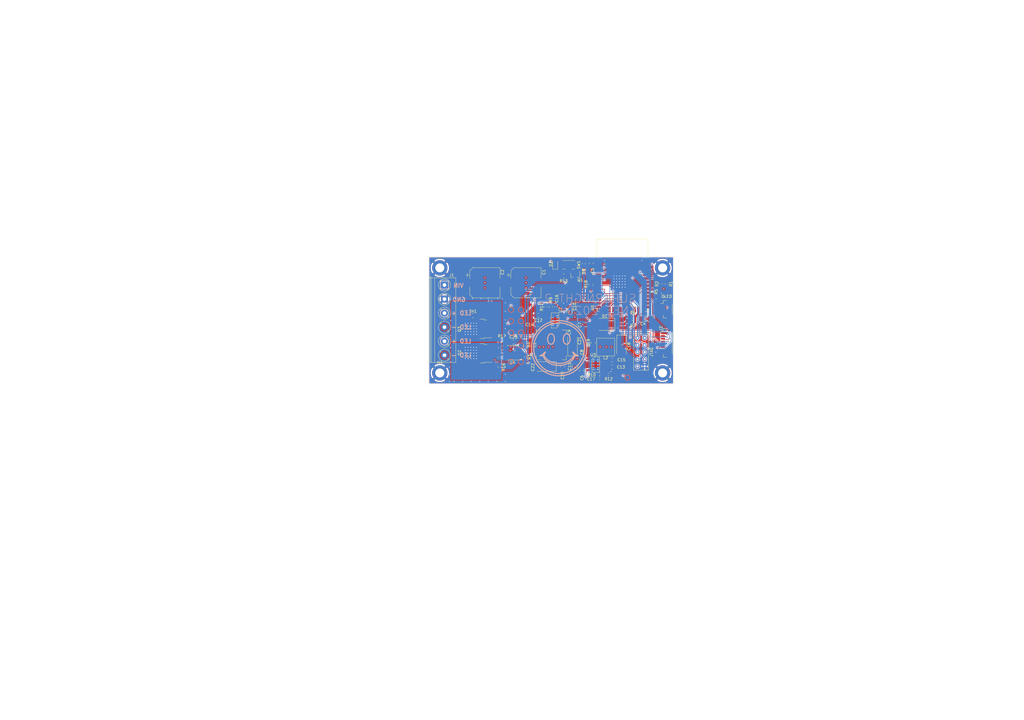
<source format=kicad_pcb>
(kicad_pcb (version 20171130) (host pcbnew "(5.1.8)-1")
  (title_block (title "Supernight 2") (date 2020-11-26) (rev 0.2))
  (layers (0 F.Cu signal) (1 In1.Cu power) (2 In2.Cu power) (31 B.Cu signal) (34 B.Paste user) (35 F.Paste user) (36 B.SilkS user) (37 F.SilkS user) (38 B.Mask user) (39 F.Mask user) (44 Edge.Cuts user))
  (net 0 "")
  (net 1 GND)
  (net 2 VDD)
  (net 3 +3V3)
  (net 4 +12V)
  (net 5 "Net-(D2-Pad1)")
  (net 6 ESP_BOOT_L)
  (net 7 ESP_RX)
  (net 8 ESP_TX)
  (net 9 TDI)
  (net 10 TDO)
  (net 11 TCK)
  (net 12 TMS)
  (net 13 /MOSFET_DRIVE/CH1_FET_DRV)
  (net 14 /MOSFET_DRIVE/CH2_FET_DRV)
  (net 15 OLED_SDA)
  (net 16 OLED_SCL)
  (net 17 12v_EN)
  (net 18 ESP_EN)
  (net 19 TEMP_FB)
  (net 20 12v_PWGD)
  (net 21 BTN_SEL_2)
  (net 22 ROT2_A)
  (net 23 ROT2_B)
  (net 24 "Net-(U1-Pad32)")
  (net 25 "Net-(U1-Pad29)")
  (net 26 "Net-(U1-Pad26)")
  (net 27 "Net-(U1-Pad20)")
  (net 28 "Net-(U1-Pad19)")
  (net 29 "Net-(U1-Pad18)")
  (net 30 "Net-(U1-Pad17)")
  (net 31 ROT1_A)
  (net 32 ROT1_B)
  (net 33 BTN_SEL_1)
  (net 34 "Net-(U1-Pad5)")
  (net 35 "Net-(U1-Pad4)")
  (net 36 "Net-(U4-Pad8)")
  (net 37 "Net-(U4-Pad1)")
  (net 38 "/Power Supply/12V_5V_LDO")
  (net 39 "/Power Supply/3v3_5V_LDO")
  (net 40 "/Power Supply/12V_SW")
  (net 41 "/Power Supply/12V_CBOOT")
  (net 42 "/Power Supply/3V3_SW")
  (net 43 "/Power Supply/3V3_CBOOT")
  (net 44 "/Power Supply/12V_FB")
  (net 45 "/Power Supply/3V3_FB")
  (net 46 /VDD_SENSE)
  (net 47 /VDD_SENSE_R)
  (net 48 /MOSFET_DRIVE/CH1_FET_DRV_R)
  (net 49 /MOSFET_DRIVE/CH2_FET_DRV_R)
  (net 50 "/TX LED/ESP_TX_BUFF")
  (net 51 ESP_SLP_L)
  (net 52 /MOSFET_DRIVE/LED_L_2)
  (net 53 /MOSFET_DRIVE/LED_L_1)
  (net 54 CH1_SIG_R)
  (net 55 CH2_SIG_R)
  (net 56 /CH1_SIG)
  (net 57 /CH2_SIG)
  (net 58 3V3_PWGD)
  (net 59 "Net-(U1-Pad22)")
  (net 60 "Net-(U1-Pad21)")
  (module supernight:L_Bourns-SRN1060 (layer F.Cu) (at 159.4 101 270)
    (fp_text reference L1 (at 0 5.93 90) (layer F.SilkS))
    (fp_text value 22uH)
    (pad 2 smd rect (at 3.3 0 270) (size 3.5 10.2) (layers F.Cu F.Paste F.Mask) (net 4 +12V))
    (pad 1 smd rect (at -3.3 0 270) (size 3.5 10.2) (layers F.Cu F.Paste F.Mask) (net 40 "/Power Supply/12V_SW"))
  )
  (module SOIC:PowerPad-SOIC-8 (layer F.Cu) (at 175.217 108.067 270)
    (fp_text reference U3 (at -3.481 0.919) (layer F.SilkS))
    (fp_text value LMR33610ADDA)
    (pad 9 thru_hole circle (at 1.016 0.762 270) (size 0.6 0.6) (drill 0.3) (layers *.Cu *.Mask) (net 1 GND))
    (pad 9 thru_hole circle (at -1.016 0.762 270) (size 0.6 0.6) (drill 0.3) (layers *.Cu *.Mask) (net 1 GND))
    (pad 9 thru_hole circle (at 1.016 -0.762 270) (size 0.6 0.6) (drill 0.3) (layers *.Cu *.Mask) (net 1 GND))
    (pad 9 thru_hole circle (at 0 -0.762 270) (size 0.6 0.6) (drill 0.3) (layers *.Cu *.Mask) (net 1 GND))
    (pad 9 thru_hole circle (at -1.016 -0.762 270) (size 0.6 0.6) (drill 0.3) (layers *.Cu *.Mask) (net 1 GND))
    (pad 9 thru_hole circle (at 0 0.762 270) (size 0.6 0.6) (drill 0.3) (layers *.Cu *.Mask) (net 1 GND))
    (pad 9 smd rect (at 0 0 270) (size 3.1 2.95) (layers F.Cu F.Paste F.Mask) (net 1 GND))
    (pad 4 smd rect (at 1.905 2.6 270) (size 0.6 1.55) (layers F.Cu F.Paste F.Mask) (net 58 3V3_PWGD))
    (pad 5 smd rect (at 1.905 -2.6 270) (size 0.6 1.55) (layers F.Cu F.Paste F.Mask) (net 45 "/Power Supply/3V3_FB"))
    (pad 3 smd rect (at 0.635 2.6 270) (size 0.6 1.55) (layers F.Cu F.Paste F.Mask) (net 2 VDD))
    (pad 6 smd rect (at 0.635 -2.6 270) (size 0.6 1.55) (layers F.Cu F.Paste F.Mask) (net 39 "/Power Supply/3v3_5V_LDO"))
    (pad 2 smd rect (at -0.635 2.6 270) (size 0.6 1.55) (layers F.Cu F.Paste F.Mask) (net 2 VDD))
    (pad 7 smd rect (at -0.635 -2.6 270) (size 0.6 1.55) (layers F.Cu F.Paste F.Mask) (net 43 "/Power Supply/3V3_CBOOT"))
    (pad 1 smd rect (at -1.905 2.6 270) (size 0.6 1.55) (layers F.Cu F.Paste F.Mask) (net 1 GND))
    (pad 8 smd rect (at -1.905 -2.6 270) (size 0.6 1.55) (layers F.Cu F.Paste F.Mask) (net 42 "/Power Supply/3V3_SW"))
  )
  (module SOIC:PowerPad-SOIC-8 (layer F.Cu) (at 160.767 92.31 90)
    (fp_text reference U2 (at 3.726 1.847 270) (layer F.SilkS))
    (fp_text value LMR33640ADDA)
    (pad 9 thru_hole circle (at 1.016 0.762 90) (size 0.6 0.6) (drill 0.3) (layers *.Cu *.Mask) (net 1 GND))
    (pad 9 thru_hole circle (at -1.016 0.762 90) (size 0.6 0.6) (drill 0.3) (layers *.Cu *.Mask) (net 1 GND))
    (pad 9 thru_hole circle (at 1.016 -0.762 90) (size 0.6 0.6) (drill 0.3) (layers *.Cu *.Mask) (net 1 GND))
    (pad 9 thru_hole circle (at 0 -0.762 90) (size 0.6 0.6) (drill 0.3) (layers *.Cu *.Mask) (net 1 GND))
    (pad 9 thru_hole circle (at -1.016 -0.762 90) (size 0.6 0.6) (drill 0.3) (layers *.Cu *.Mask) (net 1 GND))
    (pad 9 thru_hole circle (at 0 0.762 90) (size 0.6 0.6) (drill 0.3) (layers *.Cu *.Mask) (net 1 GND))
    (pad 9 smd rect (at 0 0 90) (size 3.1 2.95) (layers F.Cu F.Paste F.Mask) (net 1 GND))
    (pad 4 smd rect (at 1.905 2.6 90) (size 0.6 1.55) (layers F.Cu F.Paste F.Mask) (net 20 12v_PWGD))
    (pad 5 smd rect (at 1.905 -2.6 90) (size 0.6 1.55) (layers F.Cu F.Paste F.Mask) (net 44 "/Power Supply/12V_FB"))
    (pad 3 smd rect (at 0.635 2.6 90) (size 0.6 1.55) (layers F.Cu F.Paste F.Mask) (net 17 12v_EN))
    (pad 6 smd rect (at 0.635 -2.6 90) (size 0.6 1.55) (layers F.Cu F.Paste F.Mask) (net 38 "/Power Supply/12V_5V_LDO"))
    (pad 2 smd rect (at -0.635 2.6 90) (size 0.6 1.55) (layers F.Cu F.Paste F.Mask) (net 2 VDD))
    (pad 7 smd rect (at -0.635 -2.6 90) (size 0.6 1.55) (layers F.Cu F.Paste F.Mask) (net 41 "/Power Supply/12V_CBOOT"))
    (pad 1 smd rect (at -1.905 2.6 90) (size 0.6 1.55) (layers F.Cu F.Paste F.Mask) (net 1 GND))
    (pad 8 smd rect (at -1.905 -2.6 90) (size 0.6 1.55) (layers F.Cu F.Paste F.Mask) (net 40 "/Power Supply/12V_SW"))
  )
  (module supernight:smile (layer F.Cu) (at 162.1822 102.1984)
    (fp_text reference Ref** hide)
    (fp_text value Val** hide)
  )
  (module TestPoint:TestPoint_Pad_D1.5mm (layer B.Cu) (at 148.644 101.212)
    (fp_text reference TP9 hide)
    (fp_text value CH1_FET_SIG)
    (pad 1 smd circle (at 0 0) (size 1.5 1.5) (layers B.Cu B.Mask) (net 54 CH1_SIG_R))
  )
  (module TestPoint:TestPoint_Pad_D1.5mm (layer B.Cu) (at 148.644 107.054)
    (fp_text reference TP8 hide)
    (fp_text value CH1_FET_D)
    (pad 1 smd circle (at 0 0) (size 1.5 1.5) (layers B.Cu B.Mask) (net 53 /MOSFET_DRIVE/LED_L_1))
  )
  (module TestPoint:TestPoint_Pad_D1.5mm (layer B.Cu) (at 145.088 107.054)
    (fp_text reference TP7 hide)
    (fp_text value CH1_FET_G)
    (pad 1 smd circle (at 0 0) (size 1.5 1.5) (layers B.Cu B.Mask) (net 48 /MOSFET_DRIVE/CH1_FET_DRV_R))
  )
  (module TestPoint:TestPoint_Pad_D1.5mm (layer B.Cu) (at 148.644 96.64)
    (fp_text reference TP6 hide)
    (fp_text value FET_DRV_VIN)
    (pad 1 smd circle (at 0 0) (size 1.5 1.5) (layers B.Cu B.Mask) (net 4 +12V))
  )
  (module TestPoint:TestPoint_Pad_D1.5mm (layer B.Cu) (at 145.088 88.512)
    (fp_text reference TP1 hide)
    (fp_text value VIN)
    (pad 1 smd circle (at 0 0) (size 1.5 1.5) (layers B.Cu B.Mask) (net 2 VDD))
  )
  (module TestPoint:TestPoint_Pad_D1.5mm (layer B.Cu) (at 148.644 88.512)
    (fp_text reference ESP_TX1 hide)
    (fp_text value TX)
    (pad 1 smd circle (at 0 0) (size 1.5 1.5) (layers B.Cu B.Mask) (net 50 "/TX LED/ESP_TX_BUFF"))
  )
  (module TestPoint:TestPoint_Pad_D1.5mm (layer B.Cu) (at 145.088 96.64)
    (fp_text reference 3V3_PWGD1 hide)
    (fp_text value 3v3_PWGD)
    (pad 1 smd circle (at 0 0) (size 1.5 1.5) (layers B.Cu B.Mask) (net 58 3V3_PWGD))
  )
  (module TestPoint:TestPoint_Pad_D1.5mm (layer B.Cu) (at 145.088 92.576)
    (fp_text reference 12V_SW1 hide)
    (fp_text value 12v_SW)
    (pad 1 smd circle (at 0 0) (size 1.5 1.5) (layers B.Cu B.Mask) (net 40 "/Power Supply/12V_SW"))
  )
  (module TestPoint:TestPoint_Pad_D1.5mm (layer B.Cu) (at 148.644 92.576)
    (fp_text reference 12v_PWGD1 hide)
    (fp_text value 12v_PWGD)
    (pad 1 smd circle (at 0 0) (size 1.5 1.5) (layers B.Cu B.Mask) (net 20 12v_PWGD))
  )
  (module TerminalBlock_Phoenix:TerminalBlock_Phoenix_PT-1,5-6-5.0-H_1x06_P5.00mm_Horizontal (layer F.Cu) (at 121.4 79.7 270)
    (fp_text reference J1 (at -3.562 -2.606 180) (layer F.SilkS))
    (fp_text value Conn_01x06_Female)
    (pad 6 thru_hole circle (at 25 0 270) (size 2.6 2.6) (drill 1.3) (layers *.Cu *.Mask) (net 53 /MOSFET_DRIVE/LED_L_1))
    (pad 5 thru_hole circle (at 20 0 270) (size 2.6 2.6) (drill 1.3) (layers *.Cu *.Mask) (net 2 VDD))
    (pad 4 thru_hole circle (at 15 0 270) (size 2.6 2.6) (drill 1.3) (layers *.Cu *.Mask) (net 52 /MOSFET_DRIVE/LED_L_2))
    (pad 3 thru_hole circle (at 10 0 270) (size 2.6 2.6) (drill 1.3) (layers *.Cu *.Mask) (net 2 VDD))
    (pad 2 thru_hole circle (at 5 0 270) (size 2.6 2.6) (drill 1.3) (layers *.Cu *.Mask) (net 1 GND))
    (pad 1 thru_hole rect (at 0 0 270) (size 2.6 2.6) (drill 1.3) (layers *.Cu *.Mask) (net 2 VDD))
  )
  (module Connector_JST:JST_SH_BM04B-SRSS-TB_1x04-1MP_P1.00mm_Vertical (layer F.Cu) (at 200.4 88.3 270)
    (fp_text reference OLED (at -4.542 -0.06 180) (layer F.SilkS))
    (fp_text value "OLED Connector")
    (pad MP smd roundrect (at 2.8 -1.2 270) (size 1.2 1.8) (layers F.Cu F.Paste F.Mask) (roundrect_rratio 0.2083325))
    (pad MP smd roundrect (at -2.8 -1.2 270) (size 1.2 1.8) (layers F.Cu F.Paste F.Mask) (roundrect_rratio 0.2083325))
    (pad 4 smd roundrect (at 1.5 1.325 270) (size 0.6 1.55) (layers F.Cu F.Paste F.Mask) (net 16 OLED_SCL))
    (pad 3 smd roundrect (at 0.5 1.325 270) (size 0.6 1.55) (layers F.Cu F.Paste F.Mask) (net 15 OLED_SDA))
    (pad 2 smd roundrect (at -0.5 1.325 270) (size 0.6 1.55) (layers F.Cu F.Paste F.Mask) (net 3 +3V3))
    (pad 1 smd roundrect (at -1.5 1.325 270) (size 0.6 1.55) (layers F.Cu F.Paste F.Mask) (net 1 GND))
  )
  (module Connector_JST:JST_SH_BM08B-SRSS-TB_1x08-1MP_P1.00mm_Vertical (layer F.Cu) (at 200.4 100.3 270)
    (fp_text reference J2 (at -5.112 1.972 90) (layer F.SilkS))
    (fp_text value Conn_02x04_Odd_Even)
    (pad MP smd roundrect (at 4.8 -1.2 270) (size 1.2 1.8) (layers F.Cu F.Paste F.Mask) (roundrect_rratio 0.2083325))
    (pad MP smd roundrect (at -4.8 -1.2 270) (size 1.2 1.8) (layers F.Cu F.Paste F.Mask) (roundrect_rratio 0.2083325))
    (pad 8 smd roundrect (at 3.5 1.325 270) (size 0.6 1.55) (layers F.Cu F.Paste F.Mask) (net 1 GND))
    (pad 7 smd roundrect (at 2.5 1.325 270) (size 0.6 1.55) (layers F.Cu F.Paste F.Mask) (net 21 BTN_SEL_2))
    (pad 6 smd roundrect (at 1.5 1.325 270) (size 0.6 1.55) (layers F.Cu F.Paste F.Mask) (net 23 ROT2_B))
    (pad 5 smd roundrect (at 0.5 1.325 270) (size 0.6 1.55) (layers F.Cu F.Paste F.Mask) (net 22 ROT2_A))
    (pad 4 smd roundrect (at -0.5 1.325 270) (size 0.6 1.55) (layers F.Cu F.Paste F.Mask) (net 32 ROT1_B))
    (pad 3 smd roundrect (at -1.5 1.325 270) (size 0.6 1.55) (layers F.Cu F.Paste F.Mask) (net 31 ROT1_A))
    (pad 2 smd roundrect (at -2.5 1.325 270) (size 0.6 1.55) (layers F.Cu F.Paste F.Mask) (net 33 BTN_SEL_1))
    (pad 1 smd roundrect (at -3.5 1.325 270) (size 0.6 1.55) (layers F.Cu F.Paste F.Mask) (net 3 +3V3))
  )
  (module RF_Module:ESP32-WROOM-32 (layer F.Cu) (at 184.658 79.248)
    (fp_text reference U1 (at -10.61 8.43 90) (layer F.SilkS))
    (fp_text value ESP32)
    (pad 38 smd rect (at 8.5 -8.255) (size 2 0.9) (layers F.Cu F.Paste F.Mask) (net 1 GND))
    (pad 37 smd rect (at 8.5 -6.985) (size 2 0.9) (layers F.Cu F.Paste F.Mask) (net 21 BTN_SEL_2))
    (pad 36 smd rect (at 8.5 -5.715) (size 2 0.9) (layers F.Cu F.Paste F.Mask) (net 16 OLED_SCL))
    (pad 35 smd rect (at 8.5 -4.445) (size 2 0.9) (layers F.Cu F.Paste F.Mask) (net 8 ESP_TX))
    (pad 34 smd rect (at 8.5 -3.175) (size 2 0.9) (layers F.Cu F.Paste F.Mask) (net 7 ESP_RX))
    (pad 33 smd rect (at 8.5 -1.905) (size 2 0.9) (layers F.Cu F.Paste F.Mask) (net 15 OLED_SDA))
    (pad 32 smd rect (at 8.5 -0.635) (size 2 0.9) (layers F.Cu F.Paste F.Mask) (net 24 "Net-(U1-Pad32)"))
    (pad 31 smd rect (at 8.5 0.635) (size 2 0.9) (layers F.Cu F.Paste F.Mask) (net 20 12v_PWGD))
    (pad 30 smd rect (at 8.5 1.905) (size 2 0.9) (layers F.Cu F.Paste F.Mask) (net 17 12v_EN))
    (pad 29 smd rect (at 8.5 3.175) (size 2 0.9) (layers F.Cu F.Paste F.Mask) (net 25 "Net-(U1-Pad29)"))
    (pad 28 smd rect (at 8.5 4.445) (size 2 0.9) (layers F.Cu F.Paste F.Mask) (net 22 ROT2_A))
    (pad 27 smd rect (at 8.5 5.715) (size 2 0.9) (layers F.Cu F.Paste F.Mask) (net 23 ROT2_B))
    (pad 26 smd rect (at 8.5 6.985) (size 2 0.9) (layers F.Cu F.Paste F.Mask) (net 26 "Net-(U1-Pad26)"))
    (pad 25 smd rect (at 8.5 8.255) (size 2 0.9) (layers F.Cu F.Paste F.Mask) (net 6 ESP_BOOT_L))
    (pad 24 smd rect (at 5.715 9.255 90) (size 2 0.9) (layers F.Cu F.Paste F.Mask) (net 47 /VDD_SENSE_R))
    (pad 23 smd rect (at 4.445 9.255 90) (size 2 0.9) (layers F.Cu F.Paste F.Mask) (net 10 TDO))
    (pad 22 smd rect (at 3.175 9.255 90) (size 2 0.9) (layers F.Cu F.Paste F.Mask) (net 59 "Net-(U1-Pad22)"))
    (pad 21 smd rect (at 1.905 9.255 90) (size 2 0.9) (layers F.Cu F.Paste F.Mask) (net 60 "Net-(U1-Pad21)"))
    (pad 20 smd rect (at 0.635 9.255 90) (size 2 0.9) (layers F.Cu F.Paste F.Mask) (net 27 "Net-(U1-Pad20)"))
    (pad 19 smd rect (at -0.635 9.255 90) (size 2 0.9) (layers F.Cu F.Paste F.Mask) (net 28 "Net-(U1-Pad19)"))
    (pad 18 smd rect (at -1.905 9.255 90) (size 2 0.9) (layers F.Cu F.Paste F.Mask) (net 29 "Net-(U1-Pad18)"))
    (pad 17 smd rect (at -3.175 9.255 90) (size 2 0.9) (layers F.Cu F.Paste F.Mask) (net 30 "Net-(U1-Pad17)"))
    (pad 16 smd rect (at -4.445 9.255 90) (size 2 0.9) (layers F.Cu F.Paste F.Mask) (net 11 TCK))
    (pad 15 smd rect (at -5.715 9.255 90) (size 2 0.9) (layers F.Cu F.Paste F.Mask) (net 1 GND))
    (pad 14 smd rect (at -8.5 8.255) (size 2 0.9) (layers F.Cu F.Paste F.Mask) (net 9 TDI))
    (pad 13 smd rect (at -8.5 6.985) (size 2 0.9) (layers F.Cu F.Paste F.Mask) (net 12 TMS))
    (pad 12 smd rect (at -8.5 5.715) (size 2 0.9) (layers F.Cu F.Paste F.Mask) (net 51 ESP_SLP_L))
    (pad 11 smd rect (at -8.5 4.445) (size 2 0.9) (layers F.Cu F.Paste F.Mask) (net 57 /CH2_SIG))
    (pad 10 smd rect (at -8.5 3.175) (size 2 0.9) (layers F.Cu F.Paste F.Mask) (net 56 /CH1_SIG))
    (pad 9 smd rect (at -8.5 1.905) (size 2 0.9) (layers F.Cu F.Paste F.Mask) (net 31 ROT1_A))
    (pad 8 smd rect (at -8.5 0.635) (size 2 0.9) (layers F.Cu F.Paste F.Mask) (net 32 ROT1_B))
    (pad 7 smd rect (at -8.5 -0.635) (size 2 0.9) (layers F.Cu F.Paste F.Mask) (net 19 TEMP_FB))
    (pad 6 smd rect (at -8.5 -1.905) (size 2 0.9) (layers F.Cu F.Paste F.Mask) (net 33 BTN_SEL_1))
    (pad 5 smd rect (at -8.5 -3.175) (size 2 0.9) (layers F.Cu F.Paste F.Mask) (net 34 "Net-(U1-Pad5)"))
    (pad 4 smd rect (at -8.5 -4.445) (size 2 0.9) (layers F.Cu F.Paste F.Mask) (net 35 "Net-(U1-Pad4)"))
    (pad 3 smd rect (at -8.5 -5.715) (size 2 0.9) (layers F.Cu F.Paste F.Mask) (net 58 3V3_PWGD))
    (pad 2 smd rect (at -8.5 -6.985) (size 2 0.9) (layers F.Cu F.Paste F.Mask) (net 3 +3V3))
    (pad 1 smd rect (at -8.5 -8.255) (size 2 0.9) (layers F.Cu F.Paste F.Mask) (net 1 GND))
    (pad 39 smd rect (at -1 -0.755) (size 5 5) (layers F.Cu F.Paste F.Mask) (net 1 GND))
  )
  (module MountingHole:MountingHole_3.2mm_M3_ISO14580_Pad_TopBottom (layer F.Cu) (at 199 111)
    (fp_text reference H3 hide)
    (fp_text value MountingHole_Pad)
    (pad 1 thru_hole circle (at 0 0) (size 3.6 3.6) (drill 3.2) (layers *.Cu *.Mask) (net 1 GND))
    (pad 1 connect circle (at 0 0) (size 5.5 5.5) (layers F.Cu F.Mask) (net 1 GND))
    (pad 1 connect circle (at 0 0) (size 5.5 5.5) (layers B.Cu B.Mask) (net 1 GND))
  )
  (module MountingHole:MountingHole_3.2mm_M3_ISO14580_Pad_TopBottom (layer F.Cu) (at 199 73.6)
    (fp_text reference H2 hide)
    (fp_text value MountingHole_Pad)
    (pad 1 thru_hole circle (at 0 0) (size 3.6 3.6) (drill 3.2) (layers *.Cu *.Mask) (net 1 GND))
    (pad 1 connect circle (at 0 0) (size 5.5 5.5) (layers F.Cu F.Mask) (net 1 GND))
    (pad 1 connect circle (at 0 0) (size 5.5 5.5) (layers B.Cu B.Mask) (net 1 GND))
  )
  (module Inductor_SMD:L_Bourns_PM42S (layer F.Cu) (at 178.75 101.8 180)
    (fp_text reference L2 (at 0 -3.81) (layer F.SilkS))
    (fp_text value 8.2uH)
    (pad 1 smd rect (at 0 -0.75 180) (size 5.3 1.9) (drill (offset 0 -0.95)) (layers F.Cu F.Paste F.Mask) (net 42 "/Power Supply/3V3_SW"))
    (pad 2 smd rect (at 0 0.75 180) (size 5.3 1.9) (drill (offset 0 0.95)) (layers F.Cu F.Paste F.Mask) (net 3 +3V3))
  )
  (module Capacitor_SMD:C_1206_3216Metric (layer F.Cu) (at 167.8 108.775 270)
    (fp_text reference C11 (at -0.125 1.884 90) (layer F.SilkS))
    (fp_text value 10uF)
    (pad 2 smd roundrect (at 1.475 0 270) (size 1.15 1.8) (layers F.Cu F.Paste F.Mask) (roundrect_rratio 0.2173904347826087) (net 1 GND))
    (pad 1 smd roundrect (at -1.475 0 270) (size 1.15 1.8) (layers F.Cu F.Paste F.Mask) (roundrect_rratio 0.2173904347826087) (net 2 VDD))
  )
  (module Capacitor_SMD:C_1206_3216Metric (layer F.Cu) (at 165.8 88.9 90)
    (fp_text reference C10 (at 1.586 1.894 90) (layer F.SilkS))
    (fp_text value 10uF)
    (pad 2 smd roundrect (at 1.475 0 90) (size 1.15 1.8) (layers F.Cu F.Paste F.Mask) (roundrect_rratio 0.2173904347826087) (net 1 GND))
    (pad 1 smd roundrect (at -1.475 0 90) (size 1.15 1.8) (layers F.Cu F.Paste F.Mask) (roundrect_rratio 0.2173904347826087) (net 2 VDD))
  )
  (module MountingHole:MountingHole_3.2mm_M3_ISO14580_Pad_TopBottom (layer F.Cu) (at 119.75 111)
    (fp_text reference H4 (at 0 -3.75) (layer F.SilkS))
    (fp_text value MountingHole_Pad)
    (pad 1 connect circle (at 0 0) (size 5.5 5.5) (layers B.Cu B.Mask) (net 1 GND))
    (pad 1 connect circle (at 0 0) (size 5.5 5.5) (layers F.Cu F.Mask) (net 1 GND))
    (pad 1 thru_hole circle (at 0 0) (size 3.6 3.6) (drill 3.2) (layers *.Cu *.Mask) (net 1 GND))
  )
  (module MountingHole:MountingHole_3.2mm_M3_ISO14580_Pad_TopBottom (layer F.Cu) (at 119.75 73.6)
    (fp_text reference H1 hide)
    (fp_text value MountingHole_Pad)
    (pad 1 connect circle (at 0 0) (size 5.5 5.5) (layers B.Cu B.Mask) (net 1 GND))
    (pad 1 connect circle (at 0 0) (size 5.5 5.5) (layers F.Cu F.Mask) (net 1 GND))
    (pad 1 thru_hole circle (at 0 0) (size 3.6 3.6) (drill 3.2) (layers *.Cu *.Mask) (net 1 GND))
  )
  (module Connector_Samtec_HLE_THT:Samtec_HLE-105-02-xx-DV-TE_2x05_P2.54mm_Horizontal (layer F.Cu) (at 192.6 98.5 270)
    (fp_text reference JTAG (at 5.08 -2.47 90) (layer F.SilkS))
    (fp_text value HTST-105-01-T-DV)
    (pad 10 thru_hole circle (at 10.16 2.54 270) (size 1.31 1.31) (drill 0.71) (layers *.Cu *.Mask) (net 18 ESP_EN))
    (pad 8 thru_hole circle (at 7.62 2.54 270) (size 1.31 1.31) (drill 0.71) (layers *.Cu *.Mask) (net 9 TDI))
    (pad 6 thru_hole circle (at 5.08 2.54 270) (size 1.31 1.31) (drill 0.71) (layers *.Cu *.Mask) (net 10 TDO))
    (pad 4 thru_hole circle (at 2.54 2.54 270) (size 1.31 1.31) (drill 0.71) (layers *.Cu *.Mask) (net 11 TCK))
    (pad 2 thru_hole circle (at 0 2.54 270) (size 1.31 1.31) (drill 0.71) (layers *.Cu *.Mask) (net 12 TMS))
    (pad 9 thru_hole circle (at 10.16 0 270) (size 1.31 1.31) (drill 0.71) (layers *.Cu *.Mask) (net 1 GND))
    (pad 7 thru_hole circle (at 7.62 0 270) (size 1.31 1.31) (drill 0.71) (layers *.Cu *.Mask) (net 7 ESP_RX))
    (pad 5 thru_hole circle (at 5.08 0 270) (size 1.31 1.31) (drill 0.71) (layers *.Cu *.Mask) (net 8 ESP_TX))
    (pad 3 thru_hole circle (at 2.54 0 270) (size 1.31 1.31) (drill 0.71) (layers *.Cu *.Mask) (net 6 ESP_BOOT_L))
    (pad 1 thru_hole roundrect (at 0 0 270) (size 1.31 1.31) (drill 0.71) (layers *.Cu *.Mask) (roundrect_rratio 0.1908396946564886) (net 3 +3V3))
  )
  (module Resistor_SMD:R_0603_1608Metric (layer F.Cu) (at 171 72.1 270)
    (fp_text reference R8 (at 2.768 0.004 90) (layer F.SilkS))
    (fp_text value 10K)
    (pad 2 smd roundrect (at 0.825 0 270) (size 0.8 0.95) (layers F.Cu F.Paste F.Mask) (net 51 ESP_SLP_L))
    (pad 1 smd roundrect (at -0.825 0 270) (size 0.8 0.95) (layers F.Cu F.Paste F.Mask) (net 3 +3V3))
  )
  (module Capacitor_SMD:C_1206_3216Metric (layer F.Cu) (at 192.925 91.7 180)
    (fp_text reference C4 (at 0.889 -1.778) (layer F.SilkS))
    (fp_text value 10uF)
    (pad 2 smd roundrect (at 1.475 0 180) (size 1.15 1.8) (layers F.Cu F.Paste F.Mask) (roundrect_rratio 0.2173904347826087) (net 1 GND))
    (pad 1 smd roundrect (at -1.475 0 180) (size 1.15 1.8) (layers F.Cu F.Paste F.Mask) (roundrect_rratio 0.2173904347826087) (net 3 +3V3))
  )
  (module Capacitor_SMD:C_0805_2012Metric (layer F.Cu) (at 163.4 108.7 270)
    (fp_text reference C20 (at 3.252 0.024 90) (layer F.SilkS))
    (fp_text value 100nF)
    (pad 2 smd roundrect (at 0.95 0 270) (size 1 1.45) (layers F.Cu F.Paste F.Mask) (net 1 GND))
    (pad 1 smd roundrect (at -0.95 0 270) (size 1 1.45) (layers F.Cu F.Paste F.Mask) (net 4 +12V))
  )
  (module Capacitor_SMD:C_0805_2012Metric (layer F.Cu) (at 174.4 100.3 270)
    (fp_text reference C19 (at 0 1.778 90) (layer F.SilkS))
    (fp_text value 100nF)
    (pad 2 smd roundrect (at 0.95 0 270) (size 1 1.45) (layers F.Cu F.Paste F.Mask) (net 1 GND))
    (pad 1 smd roundrect (at -0.95 0 270) (size 1 1.45) (layers F.Cu F.Paste F.Mask) (net 3 +3V3))
  )
  (module Capacitor_SMD:C_0805_2012Metric (layer F.Cu) (at 181.059 106.363 180)
    (fp_text reference C15 (at -3.302 0) (layer F.SilkS))
    (fp_text value 100nF)
    (pad 2 smd roundrect (at 0.95 0 180) (size 1 1.45) (layers F.Cu F.Paste F.Mask) (net 42 "/Power Supply/3V3_SW"))
    (pad 1 smd roundrect (at -0.95 0 180) (size 1 1.45) (layers F.Cu F.Paste F.Mask) (net 43 "/Power Supply/3V3_CBOOT"))
  )
  (module Capacitor_SMD:C_0805_2012Metric (layer F.Cu) (at 154.8 93.7)
    (fp_text reference C14 (at -3.1588 0.1164) (layer F.SilkS))
    (fp_text value 100nF)
    (pad 2 smd roundrect (at 0.95 0) (size 1 1.45) (layers F.Cu F.Paste F.Mask) (net 40 "/Power Supply/12V_SW"))
    (pad 1 smd roundrect (at -0.95 0) (size 1 1.45) (layers F.Cu F.Paste F.Mask) (net 41 "/Power Supply/12V_CBOOT"))
  )
  (module Capacitor_SMD:C_0805_2012Metric (layer F.Cu) (at 165.593 93.834 270)
    (fp_text reference C9 (at 2.7002 -0.196 90) (layer F.SilkS))
    (fp_text value 100nF)
    (pad 2 smd roundrect (at 0.95 0 270) (size 1 1.45) (layers F.Cu F.Paste F.Mask) (net 1 GND))
    (pad 1 smd roundrect (at -0.95 0 270) (size 1 1.45) (layers F.Cu F.Paste F.Mask) (net 2 VDD))
  )
  (module Capacitor_SMD:C_0805_2012Metric (layer F.Cu) (at 170.3 106.367 90)
    (fp_text reference C8 (at 2.728 0 90) (layer F.SilkS))
    (fp_text value 100nF)
    (pad 2 smd roundrect (at 0.95 0 90) (size 1 1.45) (layers F.Cu F.Paste F.Mask) (net 1 GND))
    (pad 1 smd roundrect (at -0.95 0 90) (size 1 1.45) (layers F.Cu F.Paste F.Mask) (net 2 VDD))
  )
  (module Capacitor_SMD:C_0805_2012Metric (layer F.Cu) (at 167.8 93.8 270)
    (fp_text reference C7 (at 0.0635 -1.778 90) (layer F.SilkS))
    (fp_text value 100nF)
    (pad 2 smd roundrect (at 0.95 0 270) (size 1 1.45) (layers F.Cu F.Paste F.Mask) (net 1 GND))
    (pad 1 smd roundrect (at -0.95 0 270) (size 1 1.45) (layers F.Cu F.Paste F.Mask) (net 2 VDD))
  )
  (module Capacitor_SMD:C_0805_2012Metric (layer F.Cu) (at 170.3 110.15 270)
    (fp_text reference C6 (at 2.601 0 90) (layer F.SilkS))
    (fp_text value 100nF)
    (pad 2 smd roundrect (at 0.95 0 270) (size 1 1.45) (layers F.Cu F.Paste F.Mask) (net 1 GND))
    (pad 1 smd roundrect (at -0.95 0 270) (size 1 1.45) (layers F.Cu F.Paste F.Mask) (net 2 VDD))
  )
  (module Package_TO_SOT_SMD:TO-252-2 (layer F.Cu) (at 133 95.3 180)
    (fp_text reference Q3 (at 6.267 -0.128 90) (layer F.SilkS))
    (fp_text value DMN3010LK3)
    (pad 2 smd rect (at 2.1 0 180) (size 6.4 5.8) (layers F.Cu F.Mask) (net 52 /MOSFET_DRIVE/LED_L_2))
    (pad 3 smd rect (at -4.2 2.28 180) (size 2.2 1.2) (layers F.Cu F.Paste F.Mask) (net 1 GND))
    (pad 1 smd rect (at -4.2 -2.28 180) (size 2.2 1.2) (layers F.Cu F.Paste F.Mask) (net 49 /MOSFET_DRIVE/CH2_FET_DRV_R))
  )
  (module Package_TO_SOT_SMD:TO-252-2 (layer F.Cu) (at 133.025 104.025 180)
    (fp_text reference Q2 (at 6.225 0.201 90) (layer F.SilkS))
    (fp_text value DMN3010LK3)
    (pad 2 smd rect (at 2.1 0 180) (size 6.4 5.8) (layers F.Cu F.Mask) (net 53 /MOSFET_DRIVE/LED_L_1))
    (pad 3 smd rect (at -4.2 2.28 180) (size 2.2 1.2) (layers F.Cu F.Paste F.Mask) (net 1 GND))
    (pad 1 smd rect (at -4.2 -2.28 180) (size 2.2 1.2) (layers F.Cu F.Paste F.Mask) (net 48 /MOSFET_DRIVE/CH1_FET_DRV_R))
  )
  (module Button_Switch_SMD:SW_Push_1P1T-SH_NO_CK_KMR2xxG (layer F.Cu) (at 165.6 72.5 180)
    (fp_text reference SW1 (at -3.556 0 90) (layer F.SilkS))
    (fp_text value SW_SPST)
    (pad SH smd rect (at 0 -1.425 180) (size 1.7 0.55) (layers F.Cu F.Paste F.Mask))
    (pad 1 smd rect (at -2.05 -0.8 180) (size 0.9 1) (layers F.Cu F.Paste F.Mask) (net 51 ESP_SLP_L))
    (pad 2 smd rect (at -2.05 0.8 180) (size 0.9 1) (layers F.Cu F.Paste F.Mask) (net 1 GND))
    (pad 1 smd rect (at 2.05 -0.8 180) (size 0.9 1) (layers F.Cu F.Paste F.Mask) (net 51 ESP_SLP_L))
    (pad 2 smd rect (at 2.05 0.8 180) (size 0.9 1) (layers F.Cu F.Paste F.Mask) (net 1 GND))
  )
  (module Resistor_SMD:R_0805_2012Metric (layer F.Cu) (at 173.5 79.5875 90)
    (fp_text reference R18 (at 0.1475 -1.742 90) (layer F.SilkS))
    (fp_text value 10K)
    (pad 2 smd roundrect (at 0.9125 0 90) (size 1.025 1.4) (layers F.Cu F.Paste F.Mask) (roundrect_rratio 0.2439014634146341) (net 19 TEMP_FB))
    (pad 1 smd roundrect (at -0.9125 0 90) (size 1.025 1.4) (layers F.Cu F.Paste F.Mask) (roundrect_rratio 0.2439014634146341) (net 3 +3V3))
  )
  (module Package_SO:SOIC-8_3.9x4.9mm_P1.27mm (layer F.Cu) (at 145.5885 103.8285 180)
    (fp_text reference U4 (at 0 -3.4) (layer F.SilkS))
    (fp_text value EL7202CN)
    (pad 8 smd roundrect (at 2.475 -1.905 180) (size 1.95 0.6) (layers F.Cu F.Paste F.Mask) (net 36 "Net-(U4-Pad8)"))
    (pad 7 smd roundrect (at 2.475 -0.635 180) (size 1.95 0.6) (layers F.Cu F.Paste F.Mask) (net 13 /MOSFET_DRIVE/CH1_FET_DRV))
    (pad 6 smd roundrect (at 2.475 0.635 180) (size 1.95 0.6) (layers F.Cu F.Paste F.Mask) (net 4 +12V))
    (pad 5 smd roundrect (at 2.475 1.905 180) (size 1.95 0.6) (layers F.Cu F.Paste F.Mask) (net 14 /MOSFET_DRIVE/CH2_FET_DRV))
    (pad 4 smd roundrect (at -2.475 1.905 180) (size 1.95 0.6) (layers F.Cu F.Paste F.Mask) (net 55 CH2_SIG_R))
    (pad 3 smd roundrect (at -2.475 0.635 180) (size 1.95 0.6) (layers F.Cu F.Paste F.Mask) (net 1 GND))
    (pad 2 smd roundrect (at -2.475 -0.635 180) (size 1.95 0.6) (layers F.Cu F.Paste F.Mask) (net 54 CH1_SIG_R))
    (pad 1 smd roundrect (at -2.475 -1.905 180) (size 1.95 0.6) (layers F.Cu F.Paste F.Mask) (net 37 "Net-(U4-Pad1)"))
  )
  (module TestPoint:TestPoint_Pad_D1.5mm (layer B.Cu) (at 186.49 112.714 270)
    (fp_text reference 3V3_SW1 hide)
    (fp_text value 3v3_SW)
    (pad 1 smd circle (at 0 0 270) (size 1.5 1.5) (layers B.Cu B.Mask) (net 42 "/Power Supply/3V3_SW"))
  )
  (module Resistor_SMD:R_0805_2012Metric (layer F.Cu) (at 131.5 90.6 180)
    (fp_text reference TH1 (at -0.0235 1.524) (layer F.SilkS))
    (fp_text value 10K)
    (pad 2 smd roundrect (at 0.9125 0 180) (size 1.025 1.4) (layers F.Cu F.Paste F.Mask) (roundrect_rratio 0.2439014634146341) (net 1 GND))
    (pad 1 smd roundrect (at -0.9125 0 180) (size 1.025 1.4) (layers F.Cu F.Paste F.Mask) (roundrect_rratio 0.2439014634146341) (net 19 TEMP_FB))
  )
  (module Resistor_SMD:R_0603_1608Metric (layer F.Cu) (at 141.8 99.3)
    (fp_text reference R17 (at 0 -1.43) (layer F.SilkS))
    (fp_text value 100K)
    (pad 2 smd roundrect (at 0.825 0) (size 0.8 0.95) (layers F.Cu F.Paste F.Mask) (net 1 GND))
    (pad 1 smd roundrect (at -0.825 0) (size 0.8 0.95) (layers F.Cu F.Paste F.Mask) (net 49 /MOSFET_DRIVE/CH2_FET_DRV_R))
  )
  (module Resistor_SMD:R_0603_1608Metric (layer F.Cu) (at 141 108.9 270)
    (fp_text reference R16 (at 0 -1.43 90) (layer F.SilkS))
    (fp_text value 100K)
    (pad 2 smd roundrect (at 0.825 0 270) (size 0.8 0.95) (layers F.Cu F.Paste F.Mask) (net 1 GND))
    (pad 1 smd roundrect (at -0.825 0 270) (size 0.8 0.95) (layers F.Cu F.Paste F.Mask) (net 48 /MOSFET_DRIVE/CH1_FET_DRV_R))
  )
  (module Resistor_SMD:R_0603_1608Metric (layer F.Cu) (at 141.0165 102.0505 270)
    (fp_text reference R15 hide)
    (fp_text value 1K)
    (pad 2 smd roundrect (at 0.825 0 270) (size 0.8 0.95) (layers F.Cu F.Paste F.Mask) (net 14 /MOSFET_DRIVE/CH2_FET_DRV))
    (pad 1 smd roundrect (at -0.825 0 270) (size 0.8 0.95) (layers F.Cu F.Paste F.Mask) (net 49 /MOSFET_DRIVE/CH2_FET_DRV_R))
  )
  (module Resistor_SMD:R_0603_1608Metric (layer F.Cu) (at 141 105.5 90)
    (fp_text reference R14 hide)
    (fp_text value 1K)
    (pad 2 smd roundrect (at 0.825 0 90) (size 0.8 0.95) (layers F.Cu F.Paste F.Mask) (net 13 /MOSFET_DRIVE/CH1_FET_DRV))
    (pad 1 smd roundrect (at -0.825 0 90) (size 0.8 0.95) (layers F.Cu F.Paste F.Mask) (net 48 /MOSFET_DRIVE/CH1_FET_DRV_R))
  )
  (module Resistor_SMD:R_0805_2012Metric (layer F.Cu) (at 163.8 76.5)
    (fp_text reference R13 (at 0 1.778) (layer F.SilkS))
    (fp_text value 33R)
    (pad 2 smd roundrect (at 0.9125 0) (size 1.025 1.4) (layers F.Cu F.Paste F.Mask) (roundrect_rratio 0.2439014634146341) (net 50 "/TX LED/ESP_TX_BUFF"))
    (pad 1 smd roundrect (at -0.9125 0) (size 1.025 1.4) (layers F.Cu F.Paste F.Mask) (roundrect_rratio 0.2439014634146341) (net 5 "Net-(D2-Pad1)"))
  )
  (module Resistor_SMD:R_0603_1608Metric (layer F.Cu) (at 179.789 111.626)
    (fp_text reference R12 (at 0 1.524) (layer F.SilkS))
    (fp_text value 43.2K)
    (pad 2 smd roundrect (at 0.825 0) (size 0.8 0.95) (layers F.Cu F.Paste F.Mask) (net 1 GND))
    (pad 1 smd roundrect (at -0.825 0) (size 0.8 0.95) (layers F.Cu F.Paste F.Mask) (net 45 "/Power Supply/3V3_FB"))
  )
  (module Resistor_SMD:R_0603_1608Metric (layer F.Cu) (at 157.4 87.5 90)
    (fp_text reference R11 (at 0 -1.43 90) (layer F.SilkS))
    (fp_text value 9.09K)
    (pad 2 smd roundrect (at 0.825 0 90) (size 0.8 0.95) (layers F.Cu F.Paste F.Mask) (net 1 GND))
    (pad 1 smd roundrect (at -0.825 0 90) (size 0.8 0.95) (layers F.Cu F.Paste F.Mask) (net 44 "/Power Supply/12V_FB"))
  )
  (module Resistor_SMD:R_0603_1608Metric (layer F.Cu) (at 176.614 111.372)
    (fp_text reference R10 (at -2.824 0.326) (layer F.SilkS))
    (fp_text value 100K)
    (pad 2 smd roundrect (at 0.825 0) (size 0.8 0.95) (layers F.Cu F.Paste F.Mask) (net 45 "/Power Supply/3V3_FB"))
    (pad 1 smd roundrect (at -0.825 0) (size 0.8 0.95) (layers F.Cu F.Paste F.Mask) (net 3 +3V3))
  )
  (module Resistor_SMD:R_0603_1608Metric (layer F.Cu) (at 159.243 87.5 270)
    (fp_text reference R9 (at -2.54 0 90) (layer F.SilkS))
    (fp_text value 100K)
    (pad 2 smd roundrect (at 0.825 0 270) (size 0.8 0.95) (layers F.Cu F.Paste F.Mask) (net 44 "/Power Supply/12V_FB"))
    (pad 1 smd roundrect (at -0.825 0 270) (size 0.8 0.95) (layers F.Cu F.Paste F.Mask) (net 4 +12V))
  )
  (module Resistor_SMD:R_0603_1608Metric (layer F.Cu) (at 188.399 92.806 180)
    (fp_text reference R7 (at 0 -1.43) (layer F.SilkS))
    (fp_text value 1.4K)
    (pad 2 smd roundrect (at 0.825 0 180) (size 0.8 0.95) (layers F.Cu F.Paste F.Mask) (net 1 GND))
    (pad 1 smd roundrect (at -0.825 0 180) (size 0.8 0.95) (layers F.Cu F.Paste F.Mask) (net 47 /VDD_SENSE_R))
  )
  (module Resistor_SMD:R_0603_1608Metric (layer F.Cu) (at 188.399 91.028)
    (fp_text reference R6 (at 0 -1.43) (layer F.SilkS))
    (fp_text value 10K)
    (pad 2 smd roundrect (at 0.825 0) (size 0.8 0.95) (layers F.Cu F.Paste F.Mask) (net 47 /VDD_SENSE_R))
    (pad 1 smd roundrect (at -0.825 0) (size 0.8 0.95) (layers F.Cu F.Paste F.Mask) (net 46 /VDD_SENSE))
  )
  (module Resistor_SMD:R_0603_1608Metric (layer F.Cu) (at 195.3 82.1 270)
    (fp_text reference R5 (at 0 -1.43 90) (layer F.SilkS))
    (fp_text value 100K)
    (pad 2 smd roundrect (at 0.825 0 270) (size 0.8 0.95) (layers F.Cu F.Paste F.Mask) (net 1 GND))
    (pad 1 smd roundrect (at -0.825 0 270) (size 0.8 0.95) (layers F.Cu F.Paste F.Mask) (net 17 12v_EN))
  )
  (module Resistor_SMD:R_0603_1608Metric (layer F.Cu) (at 150.1605 100.9715 90)
    (fp_text reference R4 (at 0.064 1.397 90) (layer F.SilkS))
    (fp_text value 1K)
    (pad 2 smd roundrect (at 0.825 0 90) (size 0.8 0.95) (layers F.Cu F.Paste F.Mask) (net 57 /CH2_SIG))
    (pad 1 smd roundrect (at -0.825 0 90) (size 0.8 0.95) (layers F.Cu F.Paste F.Mask) (net 55 CH2_SIG_R))
  )
  (module Resistor_SMD:R_0603_1608Metric (layer F.Cu) (at 150.2875 105.3525 270)
    (fp_text reference R3 (at 0 -1.43 90) (layer F.SilkS))
    (fp_text value 1K)
    (pad 2 smd roundrect (at 0.825 0 270) (size 0.8 0.95) (layers F.Cu F.Paste F.Mask) (net 56 /CH1_SIG))
    (pad 1 smd roundrect (at -0.825 0 270) (size 0.8 0.95) (layers F.Cu F.Paste F.Mask) (net 54 CH1_SIG_R))
  )
  (module Resistor_SMD:R_0603_1608Metric (layer F.Cu) (at 198.4 79.3 90)
    (fp_text reference R2 (at 0 -1.43 90) (layer F.SilkS))
    (fp_text value 4.7K)
    (pad 2 smd roundrect (at 0.825 0 90) (size 0.8 0.95) (layers F.Cu F.Paste F.Mask) (net 15 OLED_SDA))
    (pad 1 smd roundrect (at -0.825 0 90) (size 0.8 0.95) (layers F.Cu F.Paste F.Mask) (net 3 +3V3))
  )
  (module Resistor_SMD:R_0603_1608Metric (layer F.Cu) (at 200.4 79.3 90)
    (fp_text reference R1 (at 0 1.584 90) (layer F.SilkS))
    (fp_text value 4.7K)
    (pad 2 smd roundrect (at 0.825 0 90) (size 0.8 0.95) (layers F.Cu F.Paste F.Mask) (net 16 OLED_SCL))
    (pad 1 smd roundrect (at -0.825 0 90) (size 0.8 0.95) (layers F.Cu F.Paste F.Mask) (net 3 +3V3))
  )
  (module Package_TO_SOT_SMD:SOT-23 (layer F.Cu) (at 167.9 76.2 270)
    (fp_text reference Q1 (at 1.716 -1.826 180) (layer F.SilkS))
    (fp_text value BC847C)
    (pad 3 smd rect (at 1 0 270) (size 0.9 0.8) (layers F.Cu F.Paste F.Mask) (net 1 GND))
    (pad 2 smd rect (at -1 0.95 270) (size 0.9 0.8) (layers F.Cu F.Paste F.Mask) (net 50 "/TX LED/ESP_TX_BUFF"))
    (pad 1 smd rect (at -1 -0.95 270) (size 0.9 0.8) (layers F.Cu F.Paste F.Mask) (net 8 ESP_TX))
  )
  (module LED_SMD:LED_0805_2012Metric_Castellated (layer F.Cu) (at 160.8 72.2 90)
    (fp_text reference D2 (at 0 -1.6 90) (layer F.SilkS))
    (fp_text value LED)
    (pad 2 smd roundrect (at 0.9625 0 90) (size 1.325 1.3) (layers F.Cu F.Paste F.Mask) (roundrect_rratio 0.1923076923076923) (net 3 +3V3))
    (pad 1 smd roundrect (at -0.9625 0 90) (size 1.325 1.3) (layers F.Cu F.Paste F.Mask) (roundrect_rratio 0.1923076923076923) (net 5 "Net-(D2-Pad1)"))
  )
  (module Diode_SMD:D_SMB (layer F.Cu) (at 178.5 93.7 180)
    (fp_text reference D1 (at 0.118 2.921) (layer F.SilkS))
    (fp_text value D)
    (pad 2 smd rect (at 2.15 0 180) (size 2.5 2.3) (layers F.Cu F.Paste F.Mask) (net 2 VDD))
    (pad 1 smd rect (at -2.15 0 180) (size 2.5 2.3) (layers F.Cu F.Paste F.Mask) (net 46 /VDD_SENSE))
  )
  (module Capacitor_SMD:C_0805_2012Metric (layer F.Cu) (at 145.9695 100.0185 180)
    (fp_text reference C23 (at 0 1.778) (layer F.SilkS))
    (fp_text value 1uF)
    (pad 2 smd roundrect (at 0.95 0 180) (size 1 1.45) (layers F.Cu F.Paste F.Mask) (net 4 +12V))
    (pad 1 smd roundrect (at -0.95 0 180) (size 1 1.45) (layers F.Cu F.Paste F.Mask) (net 1 GND))
  )
  (module Capacitor_Tantalum_SMD:CP_EIA-6032-28_Kemet-C (layer F.Cu) (at 157.4 108.7 180)
    (fp_text reference C22 (at 4.572 -0.254 270) (layer F.SilkS))
    (fp_text value 47uF)
    (pad 2 smd roundrect (at 2.4625 0 180) (size 2.075 2.35) (layers F.Cu F.Paste F.Mask) (roundrect_rratio 0.1204819277108434) (net 1 GND))
    (pad 1 smd roundrect (at -2.4625 0 180) (size 2.075 2.35) (layers F.Cu F.Paste F.Mask) (roundrect_rratio 0.1204819277108434) (net 4 +12V))
  )
  (module Capacitor_Tantalum_SMD:CP_EIA-6032-28_Kemet-C (layer F.Cu) (at 167 101.2375 90)
    (fp_text reference C21 (at 1.7315 2.472 270) (layer F.SilkS))
    (fp_text value 47uF)
    (pad 2 smd roundrect (at 2.4625 0 90) (size 2.075 2.35) (layers F.Cu F.Paste F.Mask) (roundrect_rratio 0.1204819277108434) (net 1 GND))
    (pad 1 smd roundrect (at -2.4625 0 90) (size 2.075 2.35) (layers F.Cu F.Paste F.Mask) (roundrect_rratio 0.1204819277108434) (net 4 +12V))
  )
  (module Capacitor_Tantalum_SMD:CP_EIA-6032-28_Kemet-C (layer F.Cu) (at 184.4 101.2375 270)
    (fp_text reference C18 (at 0.3005 -2.598 90) (layer F.SilkS))
    (fp_text value 47uF)
    (pad 2 smd roundrect (at 2.4625 0 270) (size 2.075 2.35) (layers F.Cu F.Paste F.Mask) (roundrect_rratio 0.1204819277108434) (net 1 GND))
    (pad 1 smd roundrect (at -2.4625 0 270) (size 2.075 2.35) (layers F.Cu F.Paste F.Mask) (roundrect_rratio 0.1204819277108434) (net 3 +3V3))
  )
  (module Capacitor_SMD:C_0603_1608Metric (layer F.Cu) (at 176.625 112.896)
    (fp_text reference C17 (at -3.089 0.326) (layer F.SilkS))
    (fp_text value 5pF)
    (pad 2 smd roundrect (at 0.775 0) (size 0.9 0.95) (layers F.Cu F.Paste F.Mask) (net 45 "/Power Supply/3V3_FB"))
    (pad 1 smd roundrect (at -0.775 0) (size 0.9 0.95) (layers F.Cu F.Paste F.Mask) (net 3 +3V3))
  )
  (module Capacitor_SMD:C_0603_1608Metric (layer F.Cu) (at 161 87.5 270)
    (fp_text reference C16 (at -2.98 -0.344 90) (layer F.SilkS))
    (fp_text value 10pF)
    (pad 2 smd roundrect (at 0.775 0 270) (size 0.9 0.95) (layers F.Cu F.Paste F.Mask) (net 44 "/Power Supply/12V_FB"))
    (pad 1 smd roundrect (at -0.775 0 270) (size 0.9 0.95) (layers F.Cu F.Paste F.Mask) (net 4 +12V))
  )
  (module Capacitor_SMD:C_0805_2012Metric (layer F.Cu) (at 181 108.9)
    (fp_text reference C13 (at 3.175 0) (layer F.SilkS))
    (fp_text value 1uF)
    (pad 2 smd roundrect (at 0.95 0) (size 1 1.45) (layers F.Cu F.Paste F.Mask) (net 1 GND))
    (pad 1 smd roundrect (at -0.95 0) (size 1 1.45) (layers F.Cu F.Paste F.Mask) (net 39 "/Power Supply/3v3_5V_LDO"))
  )
  (module Capacitor_SMD:C_0805_2012Metric (layer F.Cu) (at 154.8 90.55 180)
    (fp_text reference C12 (at 0 -1.68) (layer F.SilkS))
    (fp_text value 1uF)
    (pad 2 smd roundrect (at 0.95 0 180) (size 1 1.45) (layers F.Cu F.Paste F.Mask) (net 1 GND))
    (pad 1 smd roundrect (at -0.95 0 180) (size 1 1.45) (layers F.Cu F.Paste F.Mask) (net 38 "/Power Supply/12V_5V_LDO"))
  )
  (module Capacitor_SMD:C_0805_2012Metric (layer F.Cu) (at 173.6 71.95 90)
    (fp_text reference C5 (at -2.667 0.508 90) (layer F.SilkS))
    (fp_text value 1uF)
    (pad 2 smd roundrect (at 0.95 0 90) (size 1 1.45) (layers F.Cu F.Paste F.Mask) (net 1 GND))
    (pad 1 smd roundrect (at -0.95 0 90) (size 1 1.45) (layers F.Cu F.Paste F.Mask) (net 3 +3V3))
  )
  (module Capacitor_SMD:CP_Elec_10x10.5 (layer F.Cu) (at 135.8 78.9)
    (fp_text reference C2 (at 6.24 -3.778 270) (layer F.SilkS))
    (fp_text value 330uF)
    (pad 2 smd roundrect (at 4.2 0) (size 4.4 2.5) (layers F.Cu F.Paste F.Mask) (roundrect_rratio 0.1) (net 1 GND) (thermal_gap 0.4))
    (pad 1 smd roundrect (at -4.2 0) (size 4.4 2.5) (layers F.Cu F.Paste F.Mask) (roundrect_rratio 0.1) (net 2 VDD))
  )
  (module Capacitor_SMD:CP_Elec_10x10.5 (layer F.Cu) (at 150.4 78.9)
    (fp_text reference C1 (at 6.372 -3.778 270) (layer F.SilkS))
    (fp_text value 330uF)
    (pad 2 smd roundrect (at 4.2 0) (size 4.4 2.5) (layers F.Cu F.Paste F.Mask) (roundrect_rratio 0.1) (net 1 GND) (thermal_gap 0.4))
    (pad 1 smd roundrect (at -4.2 0) (size 4.4 2.5) (layers F.Cu F.Paste F.Mask) (roundrect_rratio 0.1) (net 2 VDD))
  )
  (gr_text "SNEE 2020" (at 177.346 88.838) (layer B.SilkS) (effects (font (size 3 3)) (justify mirror)))
  (gr_text "SUPERNIGHT 2" (at 173.282 84.52) (layer B.SilkS) (effects (font (size 3 3)) (justify mirror)))
  (gr_text GND (at 126.6 84.9) (layer B.SilkS) (effects (font (size 1.5 1.5) (thickness 0.3)) (justify mirror)))
  (gr_text VIN (at 126.4 79.9) (layer B.SilkS) (effects (font (size 1.5 1.5) (thickness 0.3)) (justify mirror)))
  (gr_text "LED +" (at 127.4 99.7) (layer B.SilkS) (effects (font (size 1.5 1.5) (thickness 0.3)) (justify mirror)))
  (gr_text "LED -" (at 127.4 104.7) (layer B.SilkS) (effects (font (size 1.5 1.5) (thickness 0.3)) (justify mirror)))
  (gr_text "LED -" (at 127.4 94.7) (layer B.SilkS) (effects (font (size 1.5 1.5) (thickness 0.3)) (justify mirror)))
  (gr_text "LED +" (at 127.4 89.7) (layer B.SilkS) (effects (font (size 1.5 1.5) (thickness 0.3)) (justify mirror)))
  (gr_line (start 115.75 69.6) (end 203 69.6) (layer Edge.Cuts) (width 0.1))
  (gr_line (start 115.75 115) (end 115.75 69.6) (layer Edge.Cuts) (width 0.1))
  (gr_line (start 203 115) (end 115.75 115) (layer Edge.Cuts) (width 0.1))
  (gr_line (start 203 69.6) (end 203 115) (layer Edge.Cuts) (width 0.1))
  (via (at 181.646 76.49) (size 0.6) (drill 0.3) (layers F.Cu B.Cu) (net 1))
  (via (at 199.6 83.9) (size 0.6) (drill 0.3) (layers F.Cu B.Cu) (net 1))
  (via (at 198.6 82.6) (size 0.6) (drill 0.3) (layers F.Cu B.Cu) (net 1))
  (via (at 196.7 84.7) (size 0.6) (drill 0.3) (layers F.Cu B.Cu) (net 1))
  (via (at 178.9 87.1) (size 0.6) (drill 0.3) (layers F.Cu B.Cu) (net 1))
  (via (at 178.3 71) (size 0.6) (drill 0.3) (layers F.Cu B.Cu) (net 1))
  (via (at 191.6 71) (size 0.6) (drill 0.3) (layers F.Cu B.Cu) (net 1))
  (segment (start 160.005 90.505) (end 156.2 86.7) (width 0.35) (layer B.Cu) (net 1))
  (via (at 156.2 86.7) (size 0.6) (drill 0.3) (layers F.Cu B.Cu) (net 1))
  (segment (start 160.005 91.294) (end 160.005 90.505) (width 0.35) (layer B.Cu) (net 1))
  (segment (start 156.2 86.7) (end 157.4 86.7) (width 0.35) (layer F.Cu) (net 1))
  (via (at 180.6 110.5) (size 0.6) (drill 0.3) (layers F.Cu B.Cu) (net 1))
  (segment (start 179.183 109.083) (end 180.6 110.5) (width 0.35) (layer B.Cu) (net 1))
  (segment (start 175.979 109.083) (end 179.183 109.083) (width 0.35) (layer B.Cu) (net 1))
  (segment (start 180.6 110.5) (end 180.6 111.9) (width 0.35) (layer F.Cu) (net 1))
  (segment (start 174.455 107.051) (end 173.604 106.2) (width 0.5) (layer F.Cu) (net 1))
  (segment (start 173.604 106.2) (end 172.7 106.2) (width 0.5) (layer F.Cu) (net 1))
  (via (at 196.6 103.6) (size 0.6) (drill 0.3) (layers F.Cu B.Cu) (net 1))
  (via (at 196.5 100.6) (size 0.6) (drill 0.3) (layers F.Cu B.Cu) (net 1))
  (via (at 183 95) (size 0.6) (drill 0.3) (layers F.Cu B.Cu) (net 1))
  (via (at 192.3955 93.537) (size 0.6) (drill 0.3) (layers F.Cu B.Cu) (net 1))
  (via (at 124.768 113.984) (size 0.6) (drill 0.3) (layers F.Cu B.Cu) (net 1))
  (via (at 127.816 113.984) (size 0.6) (drill 0.3) (layers F.Cu B.Cu) (net 1))
  (via (at 130.864 113.984) (size 0.6) (drill 0.3) (layers F.Cu B.Cu) (net 1))
  (via (at 133.912 113.984) (size 0.6) (drill 0.3) (layers F.Cu B.Cu) (net 1))
  (via (at 136.96 113.984) (size 0.6) (drill 0.3) (layers F.Cu B.Cu) (net 1))
  (via (at 140.008 113.984) (size 0.6) (drill 0.3) (layers F.Cu B.Cu) (net 1))
  (via (at 143.056 113.984) (size 0.6) (drill 0.3) (layers F.Cu B.Cu) (net 1))
  (via (at 143.056 111.444) (size 0.6) (drill 0.3) (layers F.Cu B.Cu) (net 1))
  (via (at 143.056 108.904) (size 0.6) (drill 0.3) (layers F.Cu B.Cu) (net 1))
  (via (at 123.244 113.984) (size 0.6) (drill 0.3) (layers F.Cu B.Cu) (net 1))
  (via (at 123.244 111.444) (size 0.6) (drill 0.3) (layers F.Cu B.Cu) (net 1))
  (via (at 123.244 108.904) (size 0.6) (drill 0.3) (layers F.Cu B.Cu) (net 1))
  (via (at 143.056 97.728) (size 0.6) (drill 0.3) (layers F.Cu B.Cu) (net 1))
  (via (at 143.056 95.188) (size 0.6) (drill 0.3) (layers F.Cu B.Cu) (net 1))
  (via (at 143.056 92.14) (size 0.6) (drill 0.3) (layers F.Cu B.Cu) (net 1))
  (via (at 143.056 89.092) (size 0.6) (drill 0.3) (layers F.Cu B.Cu) (net 1))
  (via (at 143.056 86.044) (size 0.6) (drill 0.3) (layers F.Cu B.Cu) (net 1))
  (via (at 142.04 84.52) (size 0.6) (drill 0.3) (layers F.Cu B.Cu) (net 1))
  (via (at 140.389 84.52) (size 0.6) (drill 0.3) (layers F.Cu B.Cu) (net 1))
  (via (at 136.96 84.52) (size 0.6) (drill 0.3) (layers F.Cu B.Cu) (net 1))
  (via (at 134.42 84.52) (size 0.6) (drill 0.3) (layers F.Cu B.Cu) (net 1))
  (via (at 131.372 84.52) (size 0.6) (drill 0.3) (layers F.Cu B.Cu) (net 1))
  (via (at 128.324 84.52) (size 0.6) (drill 0.3) (layers F.Cu B.Cu) (net 1))
  (via (at 125.276 84.52) (size 0.6) (drill 0.3) (layers F.Cu B.Cu) (net 1))
  (via (at 182.646 76.49) (size 0.6) (drill 0.3) (layers F.Cu B.Cu) (net 1))
  (via (at 183.646 76.49) (size 0.6) (drill 0.3) (layers F.Cu B.Cu) (net 1))
  (via (at 184.646 76.49) (size 0.6) (drill 0.3) (layers F.Cu B.Cu) (net 1))
  (via (at 185.646 76.49) (size 0.6) (drill 0.3) (layers F.Cu B.Cu) (net 1))
  (via (at 181.646 77.49) (size 0.6) (drill 0.3) (layers F.Cu B.Cu) (net 1))
  (via (at 182.646 77.49) (size 0.6) (drill 0.3) (layers F.Cu B.Cu) (net 1))
  (via (at 183.646 77.49) (size 0.6) (drill 0.3) (layers F.Cu B.Cu) (net 1))
  (via (at 184.646 77.49) (size 0.6) (drill 0.3) (layers F.Cu B.Cu) (net 1))
  (via (at 185.646 77.49) (size 0.6) (drill 0.3) (layers F.Cu B.Cu) (net 1))
  (via (at 181.646 78.49) (size 0.6) (drill 0.3) (layers F.Cu B.Cu) (net 1))
  (via (at 182.646 78.49) (size 0.6) (drill 0.3) (layers F.Cu B.Cu) (net 1))
  (via (at 183.646 78.49) (size 0.6) (drill 0.3) (layers F.Cu B.Cu) (net 1))
  (via (at 184.646 78.49) (size 0.6) (drill 0.3) (layers F.Cu B.Cu) (net 1))
  (via (at 185.646 78.49) (size 0.6) (drill 0.3) (layers F.Cu B.Cu) (net 1))
  (via (at 181.646 79.49) (size 0.6) (drill 0.3) (layers F.Cu B.Cu) (net 1))
  (via (at 182.646 79.49) (size 0.6) (drill 0.3) (layers F.Cu B.Cu) (net 1))
  (via (at 183.646 79.49) (size 0.6) (drill 0.3) (layers F.Cu B.Cu) (net 1))
  (via (at 184.646 79.49) (size 0.6) (drill 0.3) (layers F.Cu B.Cu) (net 1))
  (via (at 185.646 79.49) (size 0.6) (drill 0.3) (layers F.Cu B.Cu) (net 1))
  (via (at 181.646 80.49) (size 0.6) (drill 0.3) (layers F.Cu B.Cu) (net 1))
  (via (at 182.646 80.49) (size 0.6) (drill 0.3) (layers F.Cu B.Cu) (net 1))
  (via (at 183.646 80.49) (size 0.6) (drill 0.3) (layers F.Cu B.Cu) (net 1))
  (via (at 184.646 80.49) (size 0.6) (drill 0.3) (layers F.Cu B.Cu) (net 1))
  (via (at 185.646 80.49) (size 0.6) (drill 0.3) (layers F.Cu B.Cu) (net 1))
  (via (at 163.8205 86.2345) (size 0.6) (drill 0.3) (layers F.Cu B.Cu) (net 1))
  (via (at 149.3425 98.9345) (size 0.6) (drill 0.3) (layers F.Cu B.Cu) (net 1))
  (via (at 146.485 103.1255) (size 0.6) (drill 0.3) (layers F.Cu B.Cu) (net 1))
  (via (at 168.6 105.9) (size 0.6) (drill 0.3) (layers F.Cu B.Cu) (net 2))
  (via (at 167.2 105.9) (size 0.6) (drill 0.3) (layers F.Cu B.Cu) (net 2))
  (via (at 167.8 108.9) (size 0.6) (drill 0.3) (layers F.Cu B.Cu) (net 2))
  (via (at 135.8 80.7) (size 0.6) (drill 0.3) (layers F.Cu B.Cu) (net 2))
  (via (at 135.8 78.9) (size 0.6) (drill 0.3) (layers F.Cu B.Cu) (net 2))
  (via (at 135.8 77.1) (size 0.6) (drill 0.3) (layers F.Cu B.Cu) (net 2))
  (via (at 150.4 80.7) (size 0.6) (drill 0.3) (layers F.Cu B.Cu) (net 2))
  (via (at 150.4 78.9) (size 0.6) (drill 0.3) (layers F.Cu B.Cu) (net 2))
  (via (at 150.4 77.1) (size 0.6) (drill 0.3) (layers F.Cu B.Cu) (net 2))
  (via (at 165.8 89.3) (size 0.6) (drill 0.3) (layers F.Cu B.Cu) (net 2))
  (via (at 167.8 91.1) (size 0.6) (drill 0.3) (layers F.Cu B.Cu) (net 2))
  (via (at 167.8 89.7) (size 0.6) (drill 0.3) (layers F.Cu B.Cu) (net 2))
  (via (at 170.6 93.8) (size 0.6) (drill 0.3) (layers F.Cu B.Cu) (net 2))
  (segment (start 170.6 93.8) (end 176.6 93.8) (width 1.2) (layer F.Cu) (net 2))
  (via (at 145.088 86.988) (size 0.6) (drill 0.3) (layers F.Cu B.Cu) (net 2))
  (segment (start 145.088 88.512) (end 145.088 86.988) (width 0.25) (layer B.Cu) (net 2))
  (via (at 199.4 81.1) (size 0.6) (drill 0.3) (layers F.Cu B.Cu) (net 3))
  (via (at 178 72.3) (size 0.6) (drill 0.3) (layers F.Cu B.Cu) (net 3))
  (via (at 173.6 74.3) (size 0.6) (drill 0.3) (layers F.Cu B.Cu) (net 3))
  (via (at 180.8 101.7) (size 0.6) (drill 0.3) (layers F.Cu B.Cu) (net 3))
  (via (at 179 101.7) (size 0.6) (drill 0.3) (layers F.Cu B.Cu) (net 3))
  (via (at 176.8 101.7) (size 0.6) (drill 0.3) (layers F.Cu B.Cu) (net 3))
  (via (at 200.7 97.2) (size 0.6) (drill 0.3) (layers F.Cu B.Cu) (net 3))
  (segment (start 200.3 96.8) (end 200.7 97.2) (width 0.8) (layer F.Cu) (net 3))
  (segment (start 199.075 96.8) (end 200.3 96.8) (width 0.8) (layer F.Cu) (net 3))
  (via (at 193 91.7) (size 0.6) (drill 0.3) (layers F.Cu B.Cu) (net 3))
  (segment (start 194.4 91.7) (end 193 91.7) (width 0.8) (layer F.Cu) (net 3))
  (via (at 173.5 81.8) (size 0.6) (drill 0.3) (layers F.Cu B.Cu) (net 3))
  (segment (start 173.5 80.5) (end 173.5 81.8) (width 0.8) (layer F.Cu) (net 3))
  (segment (start 200.5 87.7) (end 199.2 87.7) (width 0.8) (layer F.Cu) (net 3))
  (via (at 200.5 87.7) (size 0.6) (drill 0.3) (layers F.Cu B.Cu) (net 3))
  (via (at 172.6 111.9) (size 0.6) (drill 0.3) (layers F.Cu B.Cu) (net 3))
  (segment (start 172.603 111.897) (end 172.6 111.9) (width 0.2) (layer F.Cu) (net 3))
  (segment (start 175.789 111.897) (end 172.603 111.897) (width 0.2) (layer F.Cu) (net 3))
  (via (at 172.6 101.1) (size 0.6) (drill 0.3) (layers F.Cu B.Cu) (net 3))
  (segment (start 172.6 111.9) (end 172.6 101.1) (width 0.2) (layer B.Cu) (net 3))
  (via (at 159.2 71.3) (size 0.6) (drill 0.3) (layers F.Cu B.Cu) (net 3))
  (segment (start 159.2625 71.2375) (end 159.2 71.3) (width 0.35) (layer F.Cu) (net 3))
  (segment (start 160.8 71.2375) (end 159.2625 71.2375) (width 0.35) (layer F.Cu) (net 3))
  (via (at 158.4 101.7) (size 0.6) (drill 0.3) (layers F.Cu B.Cu) (net 4))
  (via (at 160 101.7) (size 0.6) (drill 0.3) (layers F.Cu B.Cu) (net 4))
  (via (at 156.6 101.7) (size 0.6) (drill 0.3) (layers F.Cu B.Cu) (net 4))
  (via (at 145.6595 102.4905) (size 0.6) (drill 0.3) (layers F.Cu B.Cu) (net 4))
  (via (at 144.7705 102.9985) (size 0.6) (drill 0.3) (layers F.Cu B.Cu) (net 4))
  (via (at 145 101.7) (size 0.6) (drill 0.3) (layers F.Cu B.Cu) (net 4))
  (via (at 152.4 85.9) (size 0.6) (drill 0.3) (layers F.Cu B.Cu) (net 4))
  (segment (start 152.799999 85.500001) (end 158.000001 85.500001) (width 0.2) (layer F.Cu) (net 4))
  (segment (start 152.4 85.9) (end 152.799999 85.500001) (width 0.2) (layer F.Cu) (net 4))
  (segment (start 158.000001 85.500001) (end 159.2 86.7) (width 0.2) (layer F.Cu) (net 4))
  (segment (start 159.2 86.7) (end 161 86.7) (width 0.2) (layer F.Cu) (net 4))
  (segment (start 155.2 104.3) (end 159.4 104.3) (width 0.2) (layer F.Cu) (net 4))
  (segment (start 152.4 104.3) (end 155.2 104.3) (width 0.2) (layer F.Cu) (net 4))
  (segment (start 152.4 104.3) (end 152.4 85.9) (width 0.2) (layer B.Cu) (net 4))
  (via (at 152.4 104.3) (size 0.6) (drill 0.3) (layers F.Cu B.Cu) (net 4))
  (via (at 155.2 101.7) (size 0.6) (drill 0.3) (layers F.Cu B.Cu) (net 4))
  (segment (start 145 101.7) (end 146.378 101.7) (width 0.25) (layer B.Cu) (net 4))
  (segment (start 146.378 101.7) (end 148.644 99.434) (width 0.25) (layer B.Cu) (net 4))
  (segment (start 148.644 99.434) (end 148.644 96.64) (width 0.25) (layer B.Cu) (net 4))
  (segment (start 162.8875 76.5) (end 162.2 76.5) (width 0.5) (layer F.Cu) (net 5))
  (segment (start 162.2 76.5) (end 160.8 75.1) (width 0.5) (layer F.Cu) (net 5))
  (segment (start 160.8 75.1) (end 160.8 73.2) (width 0.5) (layer F.Cu) (net 5))
  (via (at 187.5 98.4) (size 0.6) (drill 0.3) (layers F.Cu B.Cu) (net 6))
  (segment (start 189.130999 100.030999) (end 187.5 98.4) (width 0.2) (layer F.Cu) (net 6))
  (segment (start 191.590999 100.030999) (end 189.130999 100.030999) (width 0.2) (layer F.Cu) (net 6))
  (segment (start 192.6 101.04) (end 191.590999 100.030999) (width 0.2) (layer F.Cu) (net 6))
  (via (at 187.6 94.8) (size 0.6) (drill 0.3) (layers F.Cu B.Cu) (net 6))
  (segment (start 187.5 94.9) (end 187.6 94.8) (width 0.2) (layer B.Cu) (net 6))
  (segment (start 187.5 98.4) (end 187.5 94.9) (width 0.2) (layer B.Cu) (net 6))
  (segment (start 190.52099 92.7675) (end 190.52099 90.799808) (width 0.2) (layer F.Cu) (net 6))
  (segment (start 188.48849 94.8) (end 190.52099 92.7675) (width 0.2) (layer F.Cu) (net 6))
  (segment (start 190.52099 90.799808) (end 193.1 88.220798) (width 0.2) (layer F.Cu) (net 6))
  (segment (start 187.6 94.8) (end 188.48849 94.8) (width 0.2) (layer F.Cu) (net 6))
  (segment (start 193.1 88.220798) (end 193.1 87.5) (width 0.2) (layer F.Cu) (net 6))
  (via (at 191.2 104.9) (size 0.6) (drill 0.3) (layers F.Cu B.Cu) (net 7))
  (segment (start 192.42 106.12) (end 191.2 104.9) (width 0.2) (layer F.Cu) (net 7))
  (segment (start 192.6 106.12) (end 192.42 106.12) (width 0.2) (layer F.Cu) (net 7))
  (segment (start 191.2 104.9) (end 191.2 94.2) (width 0.2) (layer B.Cu) (net 7))
  (via (at 188.4 77.2) (size 0.6) (drill 0.3) (layers F.Cu B.Cu) (net 7))
  (segment (start 191.2 80) (end 188.4 77.2) (width 0.2) (layer B.Cu) (net 7))
  (segment (start 188.4 77.2) (end 189.5 76.1) (width 0.2) (layer F.Cu) (net 7))
  (segment (start 189.5 76.1) (end 193.3 76.1) (width 0.2) (layer F.Cu) (net 7))
  (segment (start 191.2 94.2) (end 191.2 80) (width 0.2) (layer B.Cu) (net 7))
  (segment (start 168.85 75.2) (end 169.25 75.6) (width 0.2) (layer F.Cu) (net 8))
  (via (at 174.4 75.6) (size 0.6) (drill 0.3) (layers F.Cu B.Cu) (net 8))
  (segment (start 169.25 75.6) (end 174.4 75.6) (width 0.2) (layer F.Cu) (net 8))
  (via (at 177.9 75.6) (size 0.6) (drill 0.3) (layers F.Cu B.Cu) (net 8))
  (segment (start 174.4 75.6) (end 177.9 75.6) (width 0.2) (layer B.Cu) (net 8))
  (segment (start 177.9 75.6) (end 178.381001 75.118999) (width 0.2) (layer F.Cu) (net 8))
  (segment (start 192.881001 75.118999) (end 193.2 74.8) (width 0.2) (layer F.Cu) (net 8))
  (via (at 193.8 102.3) (size 0.6) (drill 0.3) (layers F.Cu B.Cu) (net 8))
  (segment (start 192.6 103.5) (end 193.8 102.3) (width 0.2) (layer F.Cu) (net 8))
  (segment (start 192.6 103.58) (end 192.6 103.5) (width 0.2) (layer F.Cu) (net 8))
  (via (at 190.981001 75.118999) (size 0.6) (drill 0.3) (layers F.Cu B.Cu) (net 8))
  (segment (start 193.8 77.937998) (end 190.981001 75.118999) (width 0.2) (layer B.Cu) (net 8))
  (segment (start 193.8 102.3) (end 193.8 94.2) (width 0.2) (layer B.Cu) (net 8))
  (segment (start 190.981001 75.118999) (end 192.881001 75.118999) (width 0.2) (layer F.Cu) (net 8))
  (segment (start 178.381001 75.118999) (end 190.981001 75.118999) (width 0.2) (layer F.Cu) (net 8))
  (segment (start 193.8 94.2) (end 193.8 77.937998) (width 0.2) (layer B.Cu) (net 8))
  (segment (start 190.06 106.12) (end 184.9 100.96) (width 0.35) (layer B.Cu) (net 9))
  (via (at 184.9 90.7) (size 0.6) (drill 0.3) (layers F.Cu B.Cu) (net 9))
  (segment (start 184.9 100.96) (end 184.9 90.7) (width 0.35) (layer B.Cu) (net 9))
  (segment (start 178.402798 90.7) (end 176.2 88.497202) (width 0.35) (layer F.Cu) (net 9))
  (segment (start 184.9 90.7) (end 178.402798 90.7) (width 0.35) (layer F.Cu) (net 9))
  (segment (start 176.2 88.497202) (end 176.2 87.6) (width 0.35) (layer F.Cu) (net 9))
  (via (at 186 90.2) (size 0.6) (drill 0.3) (layers F.Cu B.Cu) (net 10))
  (segment (start 188.626201 89.932001) (end 189.1 89.458202) (width 0.35) (layer F.Cu) (net 10))
  (segment (start 186.267999 89.932001) (end 188.626201 89.932001) (width 0.35) (layer F.Cu) (net 10))
  (segment (start 186 90.2) (end 186.267999 89.932001) (width 0.35) (layer F.Cu) (net 10))
  (segment (start 189.1 89.458202) (end 189.1 88.7) (width 0.35) (layer F.Cu) (net 10))
  (segment (start 186 100.5) (end 186 95) (width 0.35) (layer B.Cu) (net 10))
  (segment (start 190.06 103.58) (end 186 100.5) (width 0.35) (layer B.Cu) (net 10))
  (segment (start 186 95) (end 186 90.2) (width 0.35) (layer B.Cu) (net 10))
  (segment (start 188.975999 88.075999) (end 187.8 86.3) (width 0.35) (layer B.Cu) (net 11))
  (segment (start 188.975999 99.955999) (end 188.975999 88.075999) (width 0.35) (layer B.Cu) (net 11))
  (segment (start 190.06 101.04) (end 188.975999 99.955999) (width 0.35) (layer B.Cu) (net 11))
  (segment (start 187.8 86.3) (end 187.8 86.3) (width 0.35) (layer B.Cu) (net 11))
  (via (at 187.8 86.3) (size 0.6) (drill 0.3) (layers F.Cu B.Cu) (net 11))
  (segment (start 181.463798 86.3) (end 180.2 87.563798) (width 0.35) (layer F.Cu) (net 11))
  (segment (start 187.8 86.3) (end 181.463798 86.3) (width 0.35) (layer F.Cu) (net 11))
  (segment (start 180.2 87.563798) (end 180.2 88.5) (width 0.35) (layer F.Cu) (net 11))
  (segment (start 190.06 98.5) (end 190.06 88.06) (width 0.35) (layer B.Cu) (net 12))
  (segment (start 176.2 86.3) (end 176.2 86.2) (width 0.35) (layer F.Cu) (net 12))
  (via (at 188.8 85.7) (size 0.6) (drill 0.3) (layers F.Cu B.Cu) (net 12))
  (segment (start 190.06 86.96) (end 188.8 85.7) (width 0.35) (layer B.Cu) (net 12))
  (segment (start 190.06 88.06) (end 190.06 86.96) (width 0.35) (layer B.Cu) (net 12))
  (segment (start 177.846001 85.400001) (end 177.046002 86.2) (width 0.35) (layer F.Cu) (net 12))
  (segment (start 188.500001 85.400001) (end 177.846001 85.400001) (width 0.35) (layer F.Cu) (net 12))
  (segment (start 188.8 85.7) (end 188.500001 85.400001) (width 0.35) (layer F.Cu) (net 12))
  (segment (start 177.046002 86.2) (end 176 86.2) (width 0.35) (layer F.Cu) (net 12))
  (segment (start 143.1135 104.4635) (end 141.2365 104.4635) (width 0.5) (layer F.Cu) (net 13))
  (segment (start 141.2365 104.4635) (end 141 104.7) (width 0.5) (layer F.Cu) (net 13))
  (segment (start 143.1135 101.9235) (end 141.9765 101.9235) (width 0.8) (layer F.Cu) (net 14))
  (segment (start 141.9765 101.9235) (end 141 102.9) (width 0.8) (layer F.Cu) (net 14))
  (segment (start 197.725 77.8) (end 198.4 78.475) (width 0.35) (layer F.Cu) (net 15))
  (segment (start 197.325 77.4) (end 197.725 77.8) (width 0.35) (layer F.Cu) (net 15))
  (segment (start 193.2 77.4) (end 197.325 77.4) (width 0.35) (layer F.Cu) (net 15))
  (segment (start 197.62499 88.12499) (end 197.62499 79.27501) (width 0.2) (layer F.Cu) (net 15))
  (segment (start 198.3 88.8) (end 197.62499 88.12499) (width 0.2) (layer F.Cu) (net 15))
  (segment (start 199.075 88.8) (end 198.3 88.8) (width 0.2) (layer F.Cu) (net 15))
  (segment (start 197.62499 79.27501) (end 198.4 78.5) (width 0.2) (layer F.Cu) (net 15))
  (segment (start 200.4 78.475) (end 199.025 77.1) (width 0.35) (layer F.Cu) (net 16))
  (segment (start 197.325 76.7) (end 195 76.7) (width 0.35) (layer F.Cu) (net 16))
  (segment (start 195 74.422798) (end 194.077202 73.5) (width 0.35) (layer F.Cu) (net 16))
  (segment (start 195 76.7) (end 195 74.422798) (width 0.35) (layer F.Cu) (net 16))
  (segment (start 194.077202 73.5) (end 193.3 73.5) (width 0.35) (layer F.Cu) (net 16))
  (segment (start 193.3 73.5) (end 193.2 73.6) (width 0.35) (layer F.Cu) (net 16))
  (segment (start 197.725 77.1) (end 199.025 77.1) (width 0.35) (layer F.Cu) (net 16))
  (segment (start 197.325 76.7) (end 197.725 77.1) (width 0.35) (layer F.Cu) (net 16))
  (segment (start 200.39999 86.077824) (end 200.39999 81.50001) (width 0.2) (layer F.Cu) (net 16))
  (segment (start 201.20001 88.44999) (end 201.20001 86.877844) (width 0.2) (layer F.Cu) (net 16))
  (segment (start 201.20001 86.877844) (end 200.39999 86.077824) (width 0.2) (layer F.Cu) (net 16))
  (segment (start 199.85 89.8) (end 201.20001 88.44999) (width 0.2) (layer F.Cu) (net 16))
  (segment (start 199.075 89.8) (end 199.85 89.8) (width 0.2) (layer F.Cu) (net 16))
  (segment (start 200.39999 81.50001) (end 201.6 80.3) (width 0.2) (layer F.Cu) (net 16))
  (segment (start 201.6 80.3) (end 201.6 79.6) (width 0.2) (layer F.Cu) (net 16))
  (segment (start 201.6 79.6) (end 200.5 78.5) (width 0.2) (layer F.Cu) (net 16))
  (segment (start 200.5 78.5) (end 200.4 78.5) (width 0.2) (layer F.Cu) (net 16))
  (segment (start 195.425 81.2) (end 193.1 81.2) (width 0.5) (layer F.Cu) (net 17))
  (via (at 165.2 91.7) (size 0.6) (drill 0.3) (layers F.Cu B.Cu) (net 17))
  (segment (start 165.175 91.675) (end 165.2 91.7) (width 0.35) (layer F.Cu) (net 17))
  (segment (start 163.367 91.675) (end 165.175 91.675) (width 0.35) (layer F.Cu) (net 17))
  (via (at 178.7 84.6) (size 0.6) (drill 0.3) (layers F.Cu B.Cu) (net 17))
  (segment (start 174.254001 89.045999) (end 178.7 84.6) (width 0.2) (layer B.Cu) (net 17))
  (segment (start 171.300001 91.999999) (end 174.254001 89.045999) (width 0.2) (layer B.Cu) (net 17))
  (segment (start 165.499999 91.999999) (end 171.300001 91.999999) (width 0.2) (layer B.Cu) (net 17))
  (segment (start 165.2 91.7) (end 165.499999 91.999999) (width 0.2) (layer B.Cu) (net 17))
  (segment (start 178.7 84.6) (end 190.2 84.6) (width 0.2) (layer F.Cu) (net 17))
  (segment (start 190.2 83.293798) (end 192.293798 81.2) (width 0.2) (layer F.Cu) (net 17))
  (segment (start 190.2 84.6) (end 190.2 83.293798) (width 0.2) (layer F.Cu) (net 17))
  (segment (start 192.293798 81.2) (end 193.1 81.2) (width 0.2) (layer F.Cu) (net 17))
  (segment (start 176.158 78.613) (end 173.587 78.613) (width 0.8) (layer F.Cu) (net 19))
  (segment (start 173.587 78.613) (end 173.5 78.7) (width 0.8) (layer F.Cu) (net 19))
  (segment (start 141.416501 81.595999) (end 170.604001 81.595999) (width 0.5) (layer F.Cu) (net 19))
  (segment (start 132.4125 90.6) (end 141.416501 81.595999) (width 0.5) (layer F.Cu) (net 19))
  (segment (start 170.604001 81.595999) (end 173.6 78.6) (width 0.5) (layer F.Cu) (net 19))
  (via (at 163.8 89.2) (size 0.6) (drill 0.3) (layers F.Cu B.Cu) (net 20))
  (segment (start 163.367 89.633) (end 163.8 89.2) (width 0.2) (layer F.Cu) (net 20))
  (segment (start 163.367 90.405) (end 163.367 89.633) (width 0.2) (layer F.Cu) (net 20))
  (via (at 178.5 83.5) (size 0.6) (drill 0.3) (layers F.Cu B.Cu) (net 20))
  (segment (start 167.24599 85.75401) (end 176.24599 85.75401) (width 0.2) (layer B.Cu) (net 20))
  (segment (start 176.24599 85.75401) (end 178.5 83.5) (width 0.2) (layer B.Cu) (net 20))
  (segment (start 163.8 89.2) (end 167.24599 85.75401) (width 0.2) (layer B.Cu) (net 20))
  (segment (start 188.723798 83.5) (end 192.323798 79.9) (width 0.2) (layer F.Cu) (net 20))
  (segment (start 178.5 83.5) (end 188.723798 83.5) (width 0.2) (layer F.Cu) (net 20))
  (segment (start 192.323798 79.9) (end 193.2 79.9) (width 0.2) (layer F.Cu) (net 20))
  (via (at 149.152 90.544) (size 0.6) (drill 0.3) (layers F.Cu B.Cu) (net 20))
  (segment (start 148.644 91.052) (end 149.152 90.544) (width 0.15) (layer B.Cu) (net 20))
  (segment (start 148.644 92.576) (end 148.644 91.052) (width 0.15) (layer B.Cu) (net 20))
  (via (at 154.994 86.226) (size 0.6) (drill 0.3) (layers F.Cu B.Cu) (net 20))
  (segment (start 153.47 86.226) (end 154.994 86.226) (width 0.15) (layer F.Cu) (net 20))
  (segment (start 149.152 90.544) (end 153.47 86.226) (width 0.15) (layer F.Cu) (net 20))
  (segment (start 160.526001 85.926001) (end 163.8 89.2) (width 0.15) (layer B.Cu) (net 20))
  (segment (start 155.293999 85.926001) (end 160.526001 85.926001) (width 0.15) (layer B.Cu) (net 20))
  (segment (start 154.994 86.226) (end 155.293999 85.926001) (width 0.15) (layer B.Cu) (net 20))
  (segment (start 194.395 72.3) (end 195.3 72.3) (width 0.2) (layer F.Cu) (net 21))
  (segment (start 194.358 72.263) (end 194.395 72.3) (width 0.2) (layer F.Cu) (net 21))
  (via (at 195.3 72.3) (size 0.6) (drill 0.3) (layers F.Cu B.Cu) (net 21))
  (segment (start 193.158 72.263) (end 194.358 72.263) (width 0.2) (layer F.Cu) (net 21))
  (via (at 197.2 102) (size 0.6) (drill 0.3) (layers F.Cu B.Cu) (net 21))
  (segment (start 199.667922 102) (end 197.2 102) (width 0.2) (layer B.Cu) (net 21))
  (segment (start 202.054001 97.023932) (end 202.054001 99.613921) (width 0.2) (layer B.Cu) (net 21))
  (segment (start 195.3 90.269931) (end 202.054001 97.023932) (width 0.2) (layer B.Cu) (net 21))
  (segment (start 202.054001 99.613921) (end 199.667922 102) (width 0.2) (layer B.Cu) (net 21))
  (segment (start 195.3 72.3) (end 195.3 90.269931) (width 0.2) (layer B.Cu) (net 21))
  (segment (start 197.2 102) (end 198.1 102.9) (width 0.2) (layer F.Cu) (net 21))
  (segment (start 198.1 102.9) (end 199.1 102.9) (width 0.2) (layer F.Cu) (net 21))
  (segment (start 195.90001 85.715008) (end 193.885002 83.7) (width 0.2) (layer F.Cu) (net 22))
  (segment (start 195.90001 98.40001) (end 195.90001 85.715008) (width 0.2) (layer F.Cu) (net 22))
  (segment (start 198.3 100.8) (end 195.90001 98.40001) (width 0.2) (layer F.Cu) (net 22))
  (segment (start 199.075 100.8) (end 198.3 100.8) (width 0.2) (layer F.Cu) (net 22))
  (segment (start 193.885002 83.7) (end 193.3 83.7) (width 0.2) (layer F.Cu) (net 22))
  (segment (start 199.56278 101.8) (end 199.1 101.8) (width 0.2) (layer F.Cu) (net 23))
  (segment (start 199.764236 104.522176) (end 200.20401 104.082402) (width 0.2) (layer F.Cu) (net 23))
  (segment (start 195.6 104.5) (end 199.764236 104.522176) (width 0.2) (layer F.Cu) (net 23))
  (segment (start 200.20401 102.44123) (end 199.56278 101.8) (width 0.2) (layer F.Cu) (net 23))
  (segment (start 194.358 84.963) (end 195.5 86.105) (width 0.2) (layer F.Cu) (net 23))
  (segment (start 195.5 101.636412) (end 195.6 104.5) (width 0.2) (layer F.Cu) (net 23))
  (segment (start 195.5 86.105) (end 195.5 101.636412) (width 0.2) (layer F.Cu) (net 23))
  (segment (start 200.20401 104.082402) (end 200.20401 102.44123) (width 0.2) (layer F.Cu) (net 23))
  (segment (start 193.158 84.963) (end 194.358 84.963) (width 0.2) (layer F.Cu) (net 23))
  (via (at 201.4 98.8) (size 0.6) (drill 0.3) (layers F.Cu B.Cu) (net 31))
  (segment (start 201.100001 99.099999) (end 199.399999 99.099999) (width 0.2) (layer F.Cu) (net 31))
  (segment (start 201.4 98.8) (end 201.100001 99.099999) (width 0.2) (layer F.Cu) (net 31))
  (segment (start 199.399999 99.099999) (end 199.1 98.8) (width 0.2) (layer F.Cu) (net 31))
  (segment (start 201.4 97.011998) (end 201.4 98.8) (width 0.2) (layer B.Cu) (net 31))
  (segment (start 200.888003 96.500001) (end 201.4 97.011998) (width 0.2) (layer B.Cu) (net 31))
  (segment (start 195.899999 96.500001) (end 200.888003 96.500001) (width 0.2) (layer B.Cu) (net 31))
  (segment (start 194.75 95.95) (end 195.899999 96.500001) (width 0.2) (layer B.Cu) (net 31))
  (via (at 194.75 95.95) (size 0.6) (drill 0.3) (layers F.Cu B.Cu) (net 31))
  (segment (start 184.1 95.9) (end 194.7 95.9) (width 0.2) (layer F.Cu) (net 31))
  (segment (start 194.7 95.9) (end 194.75 95.95) (width 0.2) (layer F.Cu) (net 31))
  (via (at 184.1 95.9) (size 0.6) (drill 0.3) (layers F.Cu B.Cu) (net 31))
  (segment (start 184.1 94.9) (end 184.1 95.9) (width 0.2) (layer B.Cu) (net 31))
  (segment (start 184.1 82.7) (end 184.1 94.9) (width 0.2) (layer B.Cu) (net 31))
  (via (at 184.1 82.7) (size 0.6) (drill 0.3) (layers F.Cu B.Cu) (net 31))
  (segment (start 178.353 81.153) (end 176.158 81.153) (width 0.2) (layer F.Cu) (net 31))
  (segment (start 178.3 82.7) (end 178.353 81.153) (width 0.2) (layer F.Cu) (net 31))
  (segment (start 184.1 82.7) (end 178.3 82.7) (width 0.2) (layer F.Cu) (net 31))
  (via (at 181.3 95.9) (size 0.6) (drill 0.3) (layers F.Cu B.Cu) (net 32))
  (via (at 200.9 99.8) (size 0.6) (drill 0.3) (layers F.Cu B.Cu) (net 32))
  (segment (start 200.9 99.8) (end 199.1 99.8) (width 0.2) (layer F.Cu) (net 32))
  (via (at 194.7 99.1) (size 0.6) (drill 0.3) (layers F.Cu B.Cu) (net 32))
  (segment (start 180.032078 95.9) (end 181.3 95.9) (width 0.2) (layer F.Cu) (net 32))
  (segment (start 179.545999 97.013921) (end 179.545999 96.386079) (width 0.2) (layer F.Cu) (net 32))
  (segment (start 179.545999 96.386079) (end 180.032078 95.9) (width 0.2) (layer F.Cu) (net 32))
  (segment (start 193.9 97.354001) (end 179.886079 97.354001) (width 0.2) (layer F.Cu) (net 32))
  (segment (start 179.886079 97.354001) (end 179.545999 97.013921) (width 0.2) (layer F.Cu) (net 32))
  (segment (start 194.7 99.1) (end 193.9 97.354001) (width 0.2) (layer F.Cu) (net 32))
  (segment (start 194.7 99.8) (end 200.9 99.8) (width 0.2) (layer B.Cu) (net 32))
  (segment (start 194.7 99.1) (end 194.7 99.8) (width 0.2) (layer B.Cu) (net 32))
  (segment (start 181.3 81.9) (end 181.3 95.9) (width 0.2) (layer B.Cu) (net 32))
  (via (at 181.3 81.9) (size 0.6) (drill 0.3) (layers F.Cu B.Cu) (net 32))
  (segment (start 180.2 79.9) (end 176.158 79.883) (width 0.2) (layer F.Cu) (net 32))
  (segment (start 181.3 81.9) (end 180.2 79.9) (width 0.2) (layer F.Cu) (net 32))
  (via (at 180.2 96.7) (size 0.6) (drill 0.3) (layers F.Cu B.Cu) (net 33))
  (segment (start 194.7 97.4) (end 194.7 96.7) (width 0.2) (layer F.Cu) (net 33))
  (segment (start 194.7 96.7) (end 180.2 96.7) (width 0.2) (layer F.Cu) (net 33))
  (via (at 194.7 97.4) (size 0.6) (drill 0.3) (layers F.Cu B.Cu) (net 33))
  (segment (start 199.6 97.8) (end 199.2 97.8) (width 0.2) (layer F.Cu) (net 33))
  (segment (start 200.5 98.2) (end 199.6 97.8) (width 0.2) (layer F.Cu) (net 33))
  (via (at 200.5 98.2) (size 0.6) (drill 0.3) (layers F.Cu B.Cu) (net 33))
  (segment (start 194.7 98.2) (end 194.7 97.4) (width 0.2) (layer B.Cu) (net 33))
  (segment (start 200.5 98.2) (end 194.7 98.2) (width 0.2) (layer B.Cu) (net 33))
  (via (at 178.3 77.9) (size 0.6) (drill 0.3) (layers F.Cu B.Cu) (net 33))
  (segment (start 178.3 77.9) (end 176.158 77.343) (width 0.2) (layer F.Cu) (net 33))
  (segment (start 180.2 77.9) (end 180.2 96.7) (width 0.2) (layer B.Cu) (net 33))
  (segment (start 178.3 77.9) (end 180.2 77.9) (width 0.2) (layer B.Cu) (net 33))
  (segment (start 158.167 91.675) (end 156.775 91.675) (width 0.8) (layer F.Cu) (net 38))
  (segment (start 156.775 91.675) (end 155.8 90.7) (width 0.8) (layer F.Cu) (net 38))
  (segment (start 177.817 108.702) (end 179.802 108.702) (width 0.5) (layer F.Cu) (net 39))
  (segment (start 179.802 108.702) (end 180 108.9) (width 0.5) (layer F.Cu) (net 39))
  (segment (start 158.167 94.215) (end 156.315 94.215) (width 0.5) (layer F.Cu) (net 40))
  (segment (start 156.315 94.215) (end 155.8 93.7) (width 0.5) (layer F.Cu) (net 40))
  (segment (start 158.825001 98.274999) (end 159.4 97.7) (width 0.25) (layer F.Cu) (net 40))
  (segment (start 147.124811 98.274999) (end 158.825001 98.274999) (width 0.25) (layer F.Cu) (net 40))
  (segment (start 146.09449 99.30532) (end 147.124811 98.274999) (width 0.25) (layer F.Cu) (net 40))
  (segment (start 146.09449 99.237492) (end 146.09449 99.30532) (width 0.25) (layer F.Cu) (net 40))
  (segment (start 144.012999 97.156001) (end 146.09449 99.237492) (width 0.25) (layer F.Cu) (net 40))
  (segment (start 144.012999 93.651001) (end 144.012999 97.156001) (width 0.25) (layer F.Cu) (net 40))
  (segment (start 144.012999 93.651001) (end 144.072 93.592) (width 0.25) (layer F.Cu) (net 40))
  (via (at 144.072 93.338) (size 0.8) (drill 0.4) (layers F.Cu B.Cu) (net 40))
  (segment (start 144.072 93.592) (end 144.072 93.338) (width 0.25) (layer F.Cu) (net 40))
  (segment (start 144.326 93.338) (end 145.088 92.576) (width 0.25) (layer B.Cu) (net 40))
  (segment (start 144.072 93.338) (end 144.326 93.338) (width 0.25) (layer B.Cu) (net 40))
  (segment (start 156.47199 92.52499) (end 154.97501 92.52499) (width 0.5) (layer F.Cu) (net 41))
  (segment (start 156.892 92.945) (end 156.47199 92.52499) (width 0.5) (layer F.Cu) (net 41))
  (segment (start 158.167 92.945) (end 156.892 92.945) (width 0.5) (layer F.Cu) (net 41))
  (segment (start 154.97501 92.52499) (end 153.8 93.7) (width 0.5) (layer F.Cu) (net 41))
  (via (at 184.9914 111.9266) (size 0.6) (drill 0.3) (layers F.Cu B.Cu) (net 42))
  (segment (start 182.486824 105.33799) (end 184.9914 107.842566) (width 0.2) (layer F.Cu) (net 42))
  (segment (start 181.13401 105.33799) (end 182.486824 105.33799) (width 0.2) (layer F.Cu) (net 42))
  (segment (start 184.9914 107.842566) (end 184.9914 111.9266) (width 0.2) (layer F.Cu) (net 42))
  (segment (start 180.109 106.363) (end 181.13401 105.33799) (width 0.2) (layer F.Cu) (net 42))
  (segment (start 185.7026 111.9266) (end 186.49 112.714) (width 0.2) (layer B.Cu) (net 42))
  (segment (start 184.9914 111.9266) (end 185.7026 111.9266) (width 0.2) (layer B.Cu) (net 42))
  (segment (start 177.84801 107.46301) (end 180.83699 107.46301) (width 0.35) (layer F.Cu) (net 43))
  (segment (start 177.817 107.432) (end 177.84801 107.46301) (width 0.35) (layer F.Cu) (net 43))
  (segment (start 180.83699 107.46301) (end 182 106.3) (width 0.35) (layer F.Cu) (net 43))
  (segment (start 158.167 90.405) (end 158.167 89.167) (width 0.35) (layer F.Cu) (net 44))
  (segment (start 158.167 89.167) (end 157.4 88.4) (width 0.35) (layer F.Cu) (net 44))
  (segment (start 158.167 89.167) (end 158.333 89.167) (width 0.35) (layer F.Cu) (net 44))
  (segment (start 158.333 89.167) (end 159.1 88.4) (width 0.35) (layer F.Cu) (net 44))
  (segment (start 159.1 88.4) (end 159.2 88.3) (width 0.35) (layer F.Cu) (net 44))
  (segment (start 159.2 88.3) (end 161 88.3) (width 0.35) (layer F.Cu) (net 44))
  (segment (start 180.65 93.7) (end 184.9 93.7) (width 0.8) (layer F.Cu) (net 46))
  (segment (start 186.57399 92.42601) (end 186.57399 92.02601) (width 0.8) (layer F.Cu) (net 46))
  (segment (start 185.3 93.7) (end 186.57399 92.42601) (width 0.8) (layer F.Cu) (net 46))
  (segment (start 184.9 93.7) (end 185.3 93.7) (width 0.8) (layer F.Cu) (net 46))
  (segment (start 186.57399 92.02601) (end 187.6 91) (width 0.8) (layer F.Cu) (net 46))
  (segment (start 189.224 92.806) (end 189.224 91.024) (width 0.8) (layer F.Cu) (net 47))
  (segment (start 189.224 91.024) (end 189.2 91) (width 0.8) (layer F.Cu) (net 47))
  (segment (start 189.224 91.028) (end 190.4 89.852) (width 0.8) (layer F.Cu) (net 47))
  (segment (start 190.4 89.852) (end 190.4 88.7) (width 0.8) (layer F.Cu) (net 47))
  (segment (start 141 106.325) (end 141 108.1) (width 1.2) (layer F.Cu) (net 48))
  (via (at 139.279 106.325) (size 0.6) (drill 0.3) (layers F.Cu B.Cu) (net 48))
  (segment (start 140.008 107.054) (end 139.279 106.325) (width 0.25) (layer B.Cu) (net 48))
  (segment (start 145.088 107.054) (end 140.008 107.054) (width 0.25) (layer B.Cu) (net 48))
  (segment (start 139.279 106.325) (end 136.825 106.325) (width 1.2) (layer F.Cu) (net 48))
  (segment (start 141 106.325) (end 139.279 106.325) (width 1.2) (layer F.Cu) (net 48))
  (segment (start 140.975 99.3) (end 140.975 101.075) (width 0.8) (layer F.Cu) (net 49))
  (segment (start 140.975 101.075) (end 141 101.1) (width 0.8) (layer F.Cu) (net 49))
  (segment (start 140.975 99.3) (end 140.975 98.275) (width 1.2) (layer F.Cu) (net 49))
  (segment (start 140.975 98.275) (end 140.2 97.5) (width 1.2) (layer F.Cu) (net 49))
  (segment (start 140.2 97.5) (end 137.4 97.5) (width 1.2) (layer F.Cu) (net 49))
  (segment (start 164.7125 76.5) (end 165.6 76.5) (width 0.5) (layer F.Cu) (net 50))
  (segment (start 165.6 76.5) (end 166.9 75.2) (width 0.5) (layer F.Cu) (net 50))
  (segment (start 148.644 84.430998) (end 154.214998 78.86) (width 0.25) (layer B.Cu) (net 50))
  (segment (start 148.644 86.734) (end 148.644 84.430998) (width 0.25) (layer B.Cu) (net 50))
  (segment (start 154.214998 78.86) (end 164.392 78.86) (width 0.25) (layer B.Cu) (net 50))
  (via (at 164.392 78.86) (size 0.6) (drill 0.3) (layers F.Cu B.Cu) (net 50))
  (segment (start 164.7125 78.5395) (end 164.392 78.86) (width 0.25) (layer F.Cu) (net 50))
  (segment (start 164.7125 76.5) (end 164.7125 78.5395) (width 0.25) (layer F.Cu) (net 50))
  (segment (start 148.644 86.734) (end 148.644 88.512) (width 0.25) (layer B.Cu) (net 50))
  (via (at 171 85) (size 0.6) (drill 0.3) (layers F.Cu B.Cu) (net 51))
  (segment (start 168 73) (end 167.7 73.3) (width 0.8) (layer F.Cu) (net 51))
  (segment (start 176.158 84.963) (end 171.037 84.963) (width 0.8) (layer F.Cu) (net 51))
  (segment (start 163.800001 73.049999) (end 167.349999 73.049999) (width 0.8) (layer F.Cu) (net 51))
  (segment (start 171.037 84.963) (end 171 85) (width 0.8) (layer F.Cu) (net 51))
  (via (at 171 74.3) (size 0.6) (drill 0.3) (layers F.Cu B.Cu) (net 51))
  (segment (start 171 85) (end 171 74.3) (width 0.8) (layer B.Cu) (net 51))
  (segment (start 171 74.3) (end 171 73) (width 0.8) (layer F.Cu) (net 51))
  (segment (start 167.349999 73.049999) (end 167.6 73.3) (width 0.8) (layer F.Cu) (net 51))
  (segment (start 171 73) (end 168 73) (width 0.8) (layer F.Cu) (net 51))
  (segment (start 163.55 73.3) (end 163.800001 73.049999) (width 0.8) (layer F.Cu) (net 51))
  (via (at 128.8 93.3) (size 0.6) (drill 0.3) (layers F.Cu B.Cu) (net 52))
  (via (at 129.8 93.3) (size 0.6) (drill 0.3) (layers F.Cu B.Cu) (net 52))
  (via (at 130.8 93.3) (size 0.6) (drill 0.3) (layers F.Cu B.Cu) (net 52))
  (via (at 131.8 93.3) (size 0.6) (drill 0.3) (layers F.Cu B.Cu) (net 52))
  (via (at 132.8 93.3) (size 0.6) (drill 0.3) (layers F.Cu B.Cu) (net 52))
  (via (at 128.8 94.3) (size 0.6) (drill 0.3) (layers F.Cu B.Cu) (net 52))
  (via (at 129.8 94.3) (size 0.6) (drill 0.3) (layers F.Cu B.Cu) (net 52))
  (via (at 130.8 94.3) (size 0.6) (drill 0.3) (layers F.Cu B.Cu) (net 52))
  (via (at 131.8 94.3) (size 0.6) (drill 0.3) (layers F.Cu B.Cu) (net 52))
  (via (at 132.8 94.3) (size 0.6) (drill 0.3) (layers F.Cu B.Cu) (net 52))
  (via (at 128.8 95.3) (size 0.6) (drill 0.3) (layers F.Cu B.Cu) (net 52))
  (via (at 129.8 95.3) (size 0.6) (drill 0.3) (layers F.Cu B.Cu) (net 52))
  (via (at 130.8 95.3) (size 0.6) (drill 0.3) (layers F.Cu B.Cu) (net 52))
  (via (at 131.8 95.3) (size 0.6) (drill 0.3) (layers F.Cu B.Cu) (net 52))
  (via (at 132.8 95.3) (size 0.6) (drill 0.3) (layers F.Cu B.Cu) (net 52))
  (via (at 128.8 96.3) (size 0.6) (drill 0.3) (layers F.Cu B.Cu) (net 52))
  (via (at 129.8 96.3) (size 0.6) (drill 0.3) (layers F.Cu B.Cu) (net 52))
  (via (at 130.8 96.3) (size 0.6) (drill 0.3) (layers F.Cu B.Cu) (net 52))
  (via (at 131.8 96.3) (size 0.6) (drill 0.3) (layers F.Cu B.Cu) (net 52))
  (via (at 132.8 96.3) (size 0.6) (drill 0.3) (layers F.Cu B.Cu) (net 52))
  (via (at 128.8 97.3) (size 0.6) (drill 0.3) (layers F.Cu B.Cu) (net 52))
  (via (at 129.8 97.3) (size 0.6) (drill 0.3) (layers F.Cu B.Cu) (net 52))
  (via (at 130.8 97.3) (size 0.6) (drill 0.3) (layers F.Cu B.Cu) (net 52))
  (via (at 131.8 97.3) (size 0.6) (drill 0.3) (layers F.Cu B.Cu) (net 52))
  (via (at 132.8 97.3) (size 0.6) (drill 0.3) (layers F.Cu B.Cu) (net 52))
  (via (at 128.8 101.9) (size 0.6) (drill 0.3) (layers F.Cu B.Cu) (net 53))
  (via (at 129.8 101.9) (size 0.6) (drill 0.3) (layers F.Cu B.Cu) (net 53))
  (via (at 130.8 101.9) (size 0.6) (drill 0.3) (layers F.Cu B.Cu) (net 53))
  (via (at 131.8 101.9) (size 0.6) (drill 0.3) (layers F.Cu B.Cu) (net 53))
  (via (at 132.8 101.9) (size 0.6) (drill 0.3) (layers F.Cu B.Cu) (net 53))
  (via (at 128.8 102.9) (size 0.6) (drill 0.3) (layers F.Cu B.Cu) (net 53))
  (via (at 129.8 102.9) (size 0.6) (drill 0.3) (layers F.Cu B.Cu) (net 53))
  (via (at 130.8 102.9) (size 0.6) (drill 0.3) (layers F.Cu B.Cu) (net 53))
  (via (at 131.8 102.9) (size 0.6) (drill 0.3) (layers F.Cu B.Cu) (net 53))
  (via (at 132.8 102.9) (size 0.6) (drill 0.3) (layers F.Cu B.Cu) (net 53))
  (via (at 128.8 103.9) (size 0.6) (drill 0.3) (layers F.Cu B.Cu) (net 53))
  (via (at 129.8 103.9) (size 0.6) (drill 0.3) (layers F.Cu B.Cu) (net 53))
  (via (at 130.8 103.9) (size 0.6) (drill 0.3) (layers F.Cu B.Cu) (net 53))
  (via (at 131.8 103.9) (size 0.6) (drill 0.3) (layers F.Cu B.Cu) (net 53))
  (via (at 132.8 103.9) (size 0.6) (drill 0.3) (layers F.Cu B.Cu) (net 53))
  (via (at 128.8 104.9) (size 0.6) (drill 0.3) (layers F.Cu B.Cu) (net 53))
  (via (at 129.8 104.9) (size 0.6) (drill 0.3) (layers F.Cu B.Cu) (net 53))
  (via (at 130.8 104.9) (size 0.6) (drill 0.3) (layers F.Cu B.Cu) (net 53))
  (via (at 131.8 104.9) (size 0.6) (drill 0.3) (layers F.Cu B.Cu) (net 53))
  (via (at 132.8 104.9) (size 0.6) (drill 0.3) (layers F.Cu B.Cu) (net 53))
  (via (at 128.8 105.9) (size 0.6) (drill 0.3) (layers F.Cu B.Cu) (net 53))
  (via (at 129.8 105.9) (size 0.6) (drill 0.3) (layers F.Cu B.Cu) (net 53))
  (via (at 130.8 105.9) (size 0.6) (drill 0.3) (layers F.Cu B.Cu) (net 53))
  (via (at 131.8 105.9) (size 0.6) (drill 0.3) (layers F.Cu B.Cu) (net 53))
  (via (at 132.8 105.9) (size 0.6) (drill 0.3) (layers F.Cu B.Cu) (net 53))
  (segment (start 148.644 107.054) (end 145.596 110.102) (width 0.25) (layer B.Cu) (net 53))
  (segment (start 145.596 110.102) (end 140.008 110.102) (width 0.25) (layer B.Cu) (net 53))
  (segment (start 150.2875 104.5275) (end 148.2275 104.5275) (width 0.8) (layer F.Cu) (net 54))
  (segment (start 148.2275 104.5275) (end 148.2 104.5) (width 0.8) (layer F.Cu) (net 54))
  (via (at 150.168 103.244) (size 0.6) (drill 0.3) (layers F.Cu B.Cu) (net 54))
  (segment (start 150.2875 103.3635) (end 150.168 103.244) (width 0.25) (layer F.Cu) (net 54))
  (segment (start 150.2875 104.5275) (end 150.2875 103.3635) (width 0.25) (layer F.Cu) (net 54))
  (segment (start 148.644 101.72) (end 148.644 101.212) (width 0.25) (layer B.Cu) (net 54))
  (segment (start 150.168 103.244) (end 148.644 101.72) (width 0.25) (layer B.Cu) (net 54))
  (segment (start 148.0635 101.9235) (end 150.1765 101.9235) (width 0.8) (layer F.Cu) (net 55))
  (segment (start 150.1765 101.9235) (end 150.2 101.9) (width 0.8) (layer F.Cu) (net 55))
  (via (at 151.1 107.3) (size 0.6) (drill 0.3) (layers F.Cu B.Cu) (net 56))
  (segment (start 150.2875 106.4875) (end 151.1 107.3) (width 0.5) (layer F.Cu) (net 56))
  (segment (start 150.2875 106.1775) (end 150.2875 106.4875) (width 0.5) (layer F.Cu) (net 56))
  (segment (start 151.1 107.3) (end 151.1 83.5) (width 0.5) (layer B.Cu) (net 56))
  (segment (start 151.1 83.5) (end 152.2 82.4) (width 0.5) (layer B.Cu) (net 56))
  (via (at 152.2 82.4) (size 0.6) (drill 0.3) (layers F.Cu B.Cu) (net 56))
  (segment (start 152.499999 82.699999) (end 175.800001 82.699999) (width 0.5) (layer F.Cu) (net 56))
  (segment (start 152.2 82.4) (end 152.499999 82.699999) (width 0.5) (layer F.Cu) (net 56))
  (segment (start 175.800001 82.699999) (end 176.1 82.4) (width 0.5) (layer F.Cu) (net 56))
  (via (at 150.2 98.9) (size 0.6) (drill 0.3) (layers F.Cu B.Cu) (net 57))
  (segment (start 150.1605 98.9395) (end 150.2 98.9) (width 0.5) (layer F.Cu) (net 57))
  (segment (start 150.1605 100.1465) (end 150.1605 98.9395) (width 0.5) (layer F.Cu) (net 57))
  (via (at 150.3 83.7) (size 0.6) (drill 0.3) (layers F.Cu B.Cu) (net 57))
  (segment (start 150.2 83.8) (end 150.3 83.7) (width 0.5) (layer B.Cu) (net 57))
  (segment (start 150.2 98.9) (end 150.2 83.8) (width 0.5) (layer B.Cu) (net 57))
  (segment (start 150.3 83.7) (end 176.2 83.7) (width 0.5) (layer F.Cu) (net 57))
  (via (at 171.7 112.4) (size 0.6) (drill 0.3) (layers F.Cu B.Cu) (net 58))
  (segment (start 171.7 110.889) (end 171.7 112.4) (width 0.2) (layer F.Cu) (net 58))
  (segment (start 172.617 109.972) (end 171.7 110.889) (width 0.2) (layer F.Cu) (net 58))
  (via (at 178.2 73.6) (size 0.6) (drill 0.3) (layers F.Cu B.Cu) (net 58))
  (segment (start 178.554001 75.913921) (end 178.554001 73.954001) (width 0.2) (layer B.Cu) (net 58))
  (segment (start 177.586079 76.881843) (end 178.554001 75.913921) (width 0.2) (layer B.Cu) (net 58))
  (segment (start 179.354001 84.913921) (end 179.354001 83.386079) (width 0.2) (layer B.Cu) (net 58))
  (segment (start 177.586079 81.618157) (end 177.586079 76.881843) (width 0.2) (layer B.Cu) (net 58))
  (segment (start 178.554001 73.954001) (end 178.2 73.6) (width 0.2) (layer B.Cu) (net 58))
  (segment (start 179.354001 83.386079) (end 177.586079 81.618157) (width 0.2) (layer B.Cu) (net 58))
  (segment (start 171.7 92.567922) (end 179.354001 84.913921) (width 0.2) (layer B.Cu) (net 58))
  (segment (start 171.7 112.4) (end 171.7 92.567922) (width 0.2) (layer B.Cu) (net 58))
  (segment (start 178.2 73.6) (end 176.2 73.6) (width 0.2) (layer F.Cu) (net 58))
  (via (at 173.028 92.322) (size 0.6) (drill 0.3) (layers F.Cu B.Cu) (net 58))
  (segment (start 164.9 84.702) (end 167.02501 86.82701) (width 0.25) (layer F.Cu) (net 58))
  (segment (start 173.028 92.322) (end 172.012 92.322) (width 0.25) (layer B.Cu) (net 58))
  (segment (start 172.012 92.322) (end 171.758 92.576) (width 0.25) (layer B.Cu) (net 58))
  (via (at 146.612 97.656) (size 0.6) (drill 0.3) (layers F.Cu B.Cu) (net 58))
  (segment (start 146.552999 97.715001) (end 146.612 97.656) (width 0.25) (layer F.Cu) (net 58))
  (segment (start 146.104 97.656) (end 145.088 96.64) (width 0.25) (layer B.Cu) (net 58))
  (segment (start 146.612 97.656) (end 146.104 97.656) (width 0.25) (layer B.Cu) (net 58))
  (segment (start 149.101 97.656) (end 149.160001 97.715001) (width 0.25) (layer F.Cu) (net 58))
  (segment (start 146.612 97.656) (end 149.101 97.656) (width 0.25) (layer F.Cu) (net 58))
  (via (at 153 97.402) (size 0.6) (drill 0.3) (layers F.Cu B.Cu) (net 58))
  (segment (start 152.746 97.656) (end 153 97.402) (width 0.25) (layer F.Cu) (net 58))
  (segment (start 149.101 97.656) (end 152.746 97.656) (width 0.25) (layer F.Cu) (net 58))
  (segment (start 153.47 96.932) (end 153.47 84.702) (width 0.25) (layer B.Cu) (net 58))
  (segment (start 153 97.402) (end 153.47 96.932) (width 0.25) (layer B.Cu) (net 58))
  (segment (start 153.47 84.702) (end 164.9 84.702) (width 0.25) (layer F.Cu) (net 58))
  (via (at 153.47 84.702) (size 0.6) (drill 0.3) (layers F.Cu B.Cu) (net 58))
  (segment (start 168.872999 88.674999) (end 167.02501 86.82701) (width 0.2) (layer F.Cu) (net 58))
  (segment (start 169.380999 88.674999) (end 168.872999 88.674999) (width 0.2) (layer F.Cu) (net 58))
  (segment (start 169.380999 88.674999) (end 173.028 92.322) (width 0.2) (layer F.Cu) (net 58))
  (segment (start 187.9 88.7) (end 187.8 88.6) (width 0.35) (layer F.Cu) (net 59))
  (zone (net 1) (net_name GND) (layer F.Cu) (connect_pads (clearance 0.254)) (min_thickness 0.254) (fill yes (arc_segments 32) (thermal_gap 0.508) (thermal_bridge_width 0.8))
    (polygon (pts (xy 312.623213 -13.424625) (xy 314.125001 219.424625) (xy -24.628575 218.575375) (xy -26.623212 -15.575375)))
  )
  (zone (net 1) (net_name GND) (layer B.Cu) (connect_pads (clearance 0.254)) (min_thickness 0.254) (fill yes (arc_segments 32) (thermal_gap 0.508) (thermal_bridge_width 0.8))
    (polygon (pts (xy 327.5625 233.875) (xy -34.5625 234.625) (xy -36.6875 -19.75) (xy 325.1875 -21.75)))
  )
  (zone (net 2) (net_name VDD) (layer F.Cu) (priority 1) (connect_pads yes (clearance 0.254)) (min_thickness 0.254) (fill yes (arc_segments 32) (thermal_gap 0.508) (thermal_bridge_width 0.508))
    (polygon (pts (xy 171.8 106.9) (xy 173.4 106.9) (xy 173.4 109.3) (xy 171.4 109.3) (xy 171.4 109.9) (xy 169.2 109.9) (xy 169 109.5) (xy 166.6 109.5) (xy 166.6 105.3) (xy 169 105.3)))
  )
  (zone (net 4) (net_name +12V) (layer F.Cu) (priority 1) (connect_pads yes (clearance 0.254)) (min_thickness 0.254) (fill yes (arc_segments 32) (thermal_gap 0.508) (thermal_bridge_width 0.508))
    (polygon (pts (xy 145.9135 103.6335) (xy 141.873 103.7) (xy 141.873 102.5) (xy 144.273 102.5) (xy 144.273 99.1) (xy 145.873 99.1)))
  )
  (zone (net 2) (net_name VDD) (layer F.Cu) (priority 1) (connect_pads yes (clearance 0.254)) (min_thickness 0.254) (fill yes (arc_segments 32) (thermal_gap 0.508) (thermal_bridge_width 0.508))
    (polygon (pts (xy 151.2 81.5) (xy 148.6 81.5) (xy 144.2 80.3) (xy 144.2 77.5) (xy 148.6 76.5) (xy 151.2 76.5)))
  )
  (zone (net 2) (net_name VDD) (layer F.Cu) (priority 1) (connect_pads yes (clearance 0.254)) (min_thickness 0.254) (fill yes (arc_segments 32) (thermal_gap 0.508) (thermal_bridge_width 0.508))
    (polygon (pts (xy 136.6 81.5) (xy 134 81.5) (xy 129.6 80.3) (xy 129.6 77.5) (xy 134 76.5) (xy 136.6 76.5)))
  )
  (zone (net 42) (net_name "/Power Supply/3V3_SW") (layer F.Cu) (priority 1) (connect_pads yes (clearance 0.254)) (min_thickness 0.254) (fill yes (arc_segments 32) (thermal_gap 0.508) (thermal_bridge_width 0.508))
    (polygon (pts (xy 180.521 104.2685) (xy 181 107.1) (xy 179.2 107.1) (xy 178.6 106.5) (xy 177 106.5) (xy 176.9015 102.808) (xy 179.1875 102.808)))
  )
  (zone (net 45) (net_name "/Power Supply/3V3_FB") (layer F.Cu) (priority 1) (connect_pads yes (clearance 0.254)) (min_thickness 0.254) (fill yes (arc_segments 32) (thermal_gap 0.508) (thermal_bridge_width 0.508))
    (polygon (pts (xy 179.4 111.3) (xy 179.4 112.5) (xy 178.1 113.404) (xy 177.1 113.404) (xy 177 109.7) (xy 178.6 109.7)))
  )
  (zone (net 2) (net_name VDD) (layer F.Cu) (priority 1) (connect_pads yes (clearance 0.254)) (min_thickness 0.254) (fill yes (arc_segments 32) (thermal_gap 0.508) (thermal_bridge_width 0.508))
    (polygon (pts (xy 168.6 93.5) (xy 162.6 93.5) (xy 162.6 92.3) (xy 164.6 92.3) (xy 164.6 88.9) (xy 168.6 88.9)))
  )
  (zone (net 4) (net_name +12V) (layer F.Cu) (priority 1) (connect_pads yes (clearance 0.254)) (min_thickness 0.254) (fill yes (arc_segments 32) (thermal_gap 0.508) (thermal_bridge_width 0.508))
    (polygon (pts (xy 162 102.3) (xy 168.4 102.3) (xy 168.4 104.84) (xy 165.4 104.84) (xy 164.4 108.5) (xy 162 108.5) (xy 162 110.3) (xy 158.6 110.3) (xy 156.2 106.5) (xy 154.4 106.5) (xy 154.4 101.1) (xy 161 101.1)))
  )
  (zone (net 3) (net_name +3V3) (layer F.Cu) (priority 1) (connect_pads yes (clearance 0.254)) (min_thickness 0.254) (fill yes (arc_segments 32) (thermal_gap 0.508) (thermal_bridge_width 0.508))
    (polygon (pts (xy 186 100.1) (xy 181.6 102.3) (xy 175.8 102.3) (xy 175.8 100.3) (xy 173.2 100.3) (xy 173.2 98.5) (xy 181.8 98.5) (xy 183 97.5) (xy 186 97.5)))
  )
  (zone (net 3) (net_name +3V3) (layer F.Cu) (priority 1) (connect_pads yes (clearance 0.254)) (min_thickness 0.254) (fill yes (arc_segments 32) (thermal_gap 0.508) (thermal_bridge_width 0.508))
    (polygon (pts (xy 172.6 71.7) (xy 178.4 71.7) (xy 178.4 72.9) (xy 174.8 72.9) (xy 174.2 74.9) (xy 173.2 74.9) (xy 171.8 72.5) (xy 170.5 71.9) (xy 170.5 70.9) (xy 171.8 70.9)))
  )
  (zone (net 3) (net_name +3V3) (layer F.Cu) (priority 1) (connect_pads yes (clearance 0.254)) (min_thickness 0.254) (fill yes (arc_segments 32) (thermal_gap 0.508) (thermal_bridge_width 0.508))
    (polygon (pts (xy 201 80.6) (xy 199.9 81.7) (xy 198.9 81.7) (xy 197.9 80.6) (xy 197.9 79.7) (xy 201 79.7)))
  )
  (zone (net 40) (net_name "/Power Supply/12V_SW") (layer F.Cu) (priority 1) (connect_pads yes (clearance 0.254)) (min_thickness 0.254) (fill yes (arc_segments 32) (thermal_gap 0.508) (thermal_bridge_width 0.508))
    (polygon (pts (xy 162.2 95.7) (xy 162.2 99.6) (xy 157 99.6) (xy 157 95.9) (xy 157.4 93.9) (xy 158.9 93.9)))
  )
  (zone (net 1) (net_name GND) (layer F.Cu) (connect_pads yes (clearance 0.254)) (min_thickness 0.254) (fill yes (arc_segments 32) (thermal_gap 0.508) (thermal_bridge_width 0.508))
    (polygon (pts (xy 166.9 94.2) (xy 166.85 95.7) (xy 164.95 95.7) (xy 164.6 94.8) (xy 162.4 94.8) (xy 162.4 93.6) (xy 164.7 93.6)))
  )
  (zone (net 3) (net_name +3V3) (layer F.Cu) (priority 1) (connect_pads yes (clearance 0.254)) (min_thickness 0.254) (fill yes (arc_segments 32) (thermal_gap 0.508) (thermal_bridge_width 0.508))
    (polygon (pts (xy 176.472 113.404) (xy 175.568 113.404) (xy 175.314 113.238) (xy 175.314 111.538) (xy 175.229 110.864) (xy 176.415 110.864)))
  )
  (zone (net 53) (net_name /MOSFET_DRIVE/LED_L_1) (layer F.Cu) (priority 1) (connect_pads yes (clearance 0.254)) (min_thickness 0.254) (fill yes (arc_segments 32) (thermal_gap 0.508) (thermal_bridge_width 0.508))
    (polygon (pts (xy 134.1 101) (xy 134.1 106.8) (xy 119 106.8) (xy 119 103.3) (xy 127.6 101)))
  )
  (zone (net 52) (net_name /MOSFET_DRIVE/LED_L_2) (layer F.Cu) (priority 1) (connect_pads yes (clearance 0.254)) (min_thickness 0.254) (fill yes (arc_segments 32) (thermal_gap 0.508) (thermal_bridge_width 0.508))
    (polygon (pts (xy 134 98.2) (xy 125.8 98.2) (xy 119.2 96.3) (xy 119.2 93.3) (xy 125.8 92.1) (xy 134 92.1)))
  )
  (zone (net 0) (net_name "") (layer F.Cu) (connect_pads yes (clearance 0.254)) (min_thickness 0.254)
    (keepout (tracks allowed) (vias allowed) (copperpour not_allowed))
    (fill (arc_segments 32) (thermal_gap 0.508) (thermal_bridge_width 0.508))
    (polygon (pts (xy 181.5 112.8) (xy 179.7 112.8) (xy 179.7 110.9) (xy 181.5 110.9)))
  )
  (zone (net 0) (net_name "") (layer F.Cu) (connect_pads yes (clearance 0)) (min_thickness 0.254)
    (keepout (tracks allowed) (vias allowed) (copperpour not_allowed))
    (fill (arc_segments 32) (thermal_gap 0) (thermal_bridge_width 0.508))
    (polygon (pts (xy 164.7 102.2) (xy 162.1 102.2) (xy 161.2 101.1) (xy 154.1 101) (xy 154.1 99.3) (xy 164.6 99.3)))
  )
  (zone (net 53) (net_name /MOSFET_DRIVE/LED_L_1) (layer B.Cu) (priority 1) (connect_pads (clearance 0)) (min_thickness 0.254) (fill yes (arc_segments 32) (thermal_gap 0.508) (thermal_bridge_width 0.508))
    (polygon (pts (xy 141.754995 113.476) (xy 123.751756 113.476) (xy 123.752 100.268) (xy 141.786 100.268)))
  )
  (zone (net 52) (net_name /MOSFET_DRIVE/LED_L_2) (layer B.Cu) (priority 1) (connect_pads (clearance 0)) (min_thickness 0.254) (fill yes (arc_segments 32) (thermal_gap 0.508) (thermal_bridge_width 0.508))
    (polygon (pts (xy 141.786 99.9) (xy 123.752 99.9) (xy 123.752 85.5) (xy 141.786 85.5)))
  )
)
</source>
